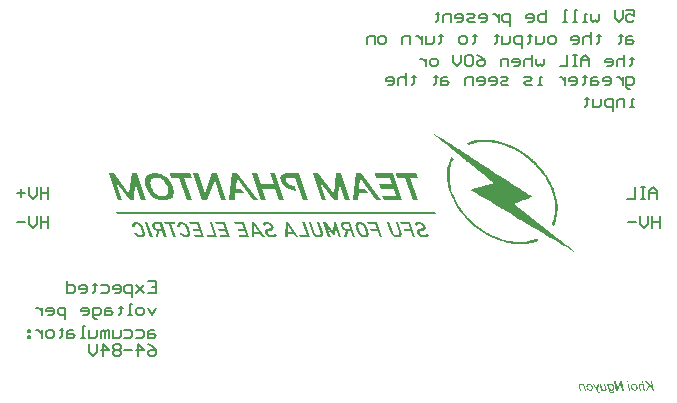
<source format=gbo>
G04*
G04 #@! TF.GenerationSoftware,Altium Limited,Altium Designer,18.1.11 (251)*
G04*
G04 Layer_Color=32896*
%FSLAX25Y25*%
%MOIN*%
G70*
G01*
G75*
%ADD14C,0.00591*%
G36*
X109080Y67401D02*
X107439D01*
X106127Y71192D01*
X101717D01*
X103029Y67401D01*
X101352D01*
X98327Y76295D01*
X99967D01*
X101243Y72614D01*
X105653D01*
X104414Y76295D01*
X106054D01*
X109080Y67401D01*
D02*
G37*
G36*
X89761D02*
X88121D01*
X85897Y73999D01*
X83455Y67401D01*
X81742D01*
X78717Y76295D01*
X80321D01*
X82544Y69807D01*
X85059Y76295D01*
X86736D01*
X89761Y67401D01*
D02*
G37*
G36*
X130950Y67401D02*
X129419D01*
X127305Y73561D01*
X126977Y67401D01*
X125555D01*
X120999Y73561D01*
X123113Y67401D01*
X121582D01*
X118557Y76295D01*
X120197Y76295D01*
X125519Y69552D01*
X126211Y76295D01*
X127924D01*
X130950Y67401D01*
D02*
G37*
G36*
X62971Y67401D02*
X61440Y67401D01*
X59362Y73561D01*
X58961Y67401D01*
X57576D01*
X53020Y73561D01*
X55097Y67401D01*
X53603D01*
X50577Y76295D01*
X52218D01*
X57503Y69552D01*
X58232Y76295D01*
X59909D01*
X62971Y67401D01*
D02*
G37*
G36*
X153622Y74874D02*
X151070D01*
X153622Y67401D01*
X151945D01*
X149393Y74874D01*
X146842D01*
X146332Y76295D01*
X153148D01*
X153622Y74874D01*
D02*
G37*
G36*
X148446Y67401D02*
X142249D01*
X141775Y68823D01*
X146368D01*
X145566Y71156D01*
X141265D01*
X140755Y72614D01*
X145019D01*
X144254Y74874D01*
X139807D01*
X139297Y76295D01*
X145420D01*
X148446Y67401D01*
D02*
G37*
G36*
X141484D02*
X139807D01*
X134376Y74618D01*
X134157Y71228D01*
X135943D01*
X136964Y69807D01*
X134011D01*
X133829Y67401D01*
X132043D01*
X132882Y76295D01*
X134668D01*
X141484Y67401D01*
D02*
G37*
G36*
X116880Y67401D02*
X115240D01*
X112688Y74837D01*
X110465D01*
X110137Y74801D01*
X109882Y74691D01*
X109772Y74582D01*
X109736Y74545D01*
X109663Y74327D01*
Y74035D01*
X109699Y73816D01*
X109736Y73780D01*
Y73743D01*
X109845Y73488D01*
X109991Y73270D01*
X110283Y72905D01*
X110428Y72759D01*
X110574Y72650D01*
X110647Y72614D01*
X110684Y72577D01*
X110975Y72431D01*
X111303Y72285D01*
X111923Y72103D01*
X112178Y72030D01*
X112397Y71994D01*
X112579Y71957D01*
X112615D01*
X112871Y70463D01*
X112178Y70609D01*
X111558Y70755D01*
X111012Y70937D01*
X110538Y71156D01*
X110173Y71301D01*
X109918Y71447D01*
X109736Y71557D01*
X109699Y71593D01*
X109262Y71921D01*
X108897Y72285D01*
X108606Y72650D01*
X108387Y73014D01*
X108205Y73306D01*
X108096Y73561D01*
X108023Y73707D01*
X107986Y73780D01*
X107877Y74217D01*
X107804Y74582D01*
Y74910D01*
X107840Y75165D01*
X107913Y75384D01*
X107986Y75530D01*
X108023Y75603D01*
X108059Y75639D01*
X108278Y75858D01*
X108533Y76003D01*
X108825Y76149D01*
X109116Y76222D01*
X109408Y76259D01*
X109626Y76295D01*
X113855D01*
X116880Y67401D01*
D02*
G37*
G36*
X100295D02*
X98582D01*
X93187Y74618D01*
X92896Y71228D01*
X94718D01*
X95776Y69807D01*
X92823D01*
X92604Y67401D01*
X90818D01*
X91693Y76295D01*
X93443D01*
X100295Y67401D01*
D02*
G37*
G36*
X78280Y74874D02*
X75691D01*
X78243Y67401D01*
X76603D01*
X74051Y74874D01*
X71500D01*
X71026Y76295D01*
X77806D01*
X78280Y74874D01*
D02*
G37*
G36*
X66688Y76332D02*
X67417Y76186D01*
X68037Y76003D01*
X68584Y75785D01*
X69021Y75566D01*
X69349Y75384D01*
X69568Y75238D01*
X69641Y75201D01*
X70188Y74728D01*
X70661Y74181D01*
X71026Y73634D01*
X71354Y73087D01*
X71609Y72577D01*
X71791Y72176D01*
X71864Y72030D01*
X71901Y71921D01*
X71937Y71848D01*
Y71812D01*
X72119Y71046D01*
X72192Y70354D01*
Y69770D01*
X72156Y69297D01*
X72047Y68896D01*
X71974Y68641D01*
X71901Y68495D01*
X71864Y68422D01*
X71536Y68057D01*
X71099Y67766D01*
X70625Y67584D01*
X70151Y67438D01*
X69714Y67365D01*
X69313Y67328D01*
X69203Y67292D01*
X68985D01*
X68183Y67328D01*
X67454Y67474D01*
X66834Y67656D01*
X66287Y67875D01*
X65850Y68057D01*
X65522Y68240D01*
X65340Y68385D01*
X65267Y68422D01*
X64757Y68896D01*
X64283Y69442D01*
X63918Y70026D01*
X63590Y70572D01*
X63335Y71046D01*
X63189Y71447D01*
X63116Y71593D01*
X63080Y71702D01*
X63043Y71775D01*
Y71812D01*
X62825Y72614D01*
X62679Y73306D01*
Y73889D01*
X62715Y74363D01*
X62788Y74728D01*
X62861Y74983D01*
X62934Y75165D01*
X62971Y75201D01*
X63298Y75603D01*
X63700Y75894D01*
X64210Y76076D01*
X64684Y76222D01*
X65158Y76295D01*
X65522Y76368D01*
X65886D01*
X66688Y76332D01*
D02*
G37*
G36*
X159745Y62809D02*
X53238Y62809D01*
X52983Y63574D01*
X159490Y63574D01*
X159745Y62809D01*
D02*
G37*
G36*
X177350Y87485D02*
X178371Y87376D01*
X179246Y87266D01*
X179647Y87194D01*
X180011Y87121D01*
X180340Y87048D01*
X180595Y86975D01*
X180813Y86939D01*
X180959Y86902D01*
X181069Y86866D01*
X181105D01*
X182235Y86537D01*
X183292Y86137D01*
X184312Y85736D01*
X185187Y85335D01*
X185588Y85152D01*
X185953Y84970D01*
X186281Y84824D01*
X186536Y84679D01*
X186755Y84569D01*
X186900Y84496D01*
X187010Y84460D01*
X187046Y84423D01*
X188103Y83767D01*
X189124Y83075D01*
X190072Y82382D01*
X190874Y81726D01*
X191238Y81435D01*
X191566Y81143D01*
X191858Y80924D01*
X192113Y80705D01*
X192295Y80523D01*
X192441Y80414D01*
X192514Y80341D01*
X192550Y80304D01*
X193462Y79393D01*
X194300Y78482D01*
X195029Y77607D01*
X195649Y76805D01*
X195940Y76441D01*
X196159Y76113D01*
X196378Y75821D01*
X196523Y75603D01*
X196669Y75384D01*
X196778Y75238D01*
X196815Y75165D01*
X196851Y75129D01*
X197471Y74108D01*
X198018Y73088D01*
X198492Y72140D01*
X198856Y71265D01*
X199002Y70900D01*
X199148Y70536D01*
X199257Y70244D01*
X199330Y69989D01*
X199403Y69770D01*
X199476Y69625D01*
X199512Y69515D01*
Y69479D01*
X199767Y68422D01*
X199986Y67438D01*
X200095Y66490D01*
X200205Y65652D01*
Y65287D01*
X200241Y64959D01*
Y64667D01*
Y64449D01*
Y64230D01*
Y64084D01*
Y64011D01*
Y63975D01*
X200168Y62991D01*
X200023Y62043D01*
X199840Y61168D01*
X199621Y60403D01*
X199512Y60075D01*
X199439Y59783D01*
X199330Y59528D01*
X199257Y59309D01*
X199184Y59127D01*
X199111Y59018D01*
X199075Y58945D01*
Y58908D01*
X198273Y59455D01*
X198637Y60294D01*
X198892Y61132D01*
X199111Y61934D01*
X199257Y62663D01*
X199330Y63282D01*
X199366Y63574D01*
X199403Y63793D01*
X199439Y63975D01*
Y64121D01*
Y64194D01*
Y64230D01*
Y65214D01*
X199366Y66162D01*
X199257Y67073D01*
X199111Y67875D01*
X199038Y68203D01*
X198965Y68531D01*
X198892Y68823D01*
X198820Y69078D01*
X198783Y69260D01*
X198747Y69406D01*
X198710Y69479D01*
Y69515D01*
X198346Y70536D01*
X197945Y71484D01*
X197544Y72395D01*
X197143Y73197D01*
X196961Y73561D01*
X196778Y73889D01*
X196596Y74181D01*
X196487Y74400D01*
X196341Y74618D01*
X196268Y74764D01*
X196195Y74837D01*
Y74874D01*
X195539Y75858D01*
X194810Y76769D01*
X194118Y77607D01*
X193462Y78336D01*
X193170Y78664D01*
X192915Y78956D01*
X192660Y79211D01*
X192441Y79430D01*
X192259Y79612D01*
X192149Y79721D01*
X192076Y79794D01*
X192040Y79831D01*
X191129Y80669D01*
X190181Y81435D01*
X189306Y82127D01*
X188504Y82674D01*
X188140Y82929D01*
X187812Y83148D01*
X187520Y83330D01*
X187265Y83476D01*
X187083Y83622D01*
X186900Y83694D01*
X186828Y83767D01*
X186791D01*
X185734Y84314D01*
X184713Y84788D01*
X183766Y85189D01*
X182927Y85517D01*
X182526Y85663D01*
X182198Y85772D01*
X181870Y85881D01*
X181615Y85954D01*
X181433Y86027D01*
X181251Y86064D01*
X181178Y86100D01*
X181141D01*
X180084Y86355D01*
X179064Y86537D01*
X178116Y86647D01*
X177241Y86720D01*
X176877Y86756D01*
X176549Y86793D01*
X175528D01*
X174544Y86720D01*
X173596Y86610D01*
X172721Y86428D01*
X171992Y86209D01*
X171664Y86137D01*
X171373Y86027D01*
X171118Y85954D01*
X170899Y85845D01*
X170717Y85808D01*
X170607Y85736D01*
X170534Y85699D01*
X170498D01*
X169988Y86428D01*
X170899Y86793D01*
X171810Y87048D01*
X172685Y87266D01*
X173487Y87376D01*
X173851Y87449D01*
X174216Y87485D01*
X174507Y87522D01*
X174763D01*
X174945Y87558D01*
X176330D01*
X177350Y87485D01*
D02*
G37*
G36*
X128180Y55008D02*
X127414D01*
X126321Y58143D01*
X126284D01*
X126065Y55737D01*
X125409D01*
X123550Y58143D01*
X123514D01*
X124607Y55008D01*
X123842D01*
X122129Y60038D01*
X122858D01*
X125373Y56758D01*
X125737Y60038D01*
X126466D01*
X128180Y55008D01*
D02*
G37*
G36*
X148118Y56685D02*
X148191Y56430D01*
X148227Y56211D01*
Y56065D01*
Y55992D01*
X148191Y55774D01*
X148118Y55628D01*
X148045Y55482D01*
X148008Y55446D01*
X147863Y55300D01*
X147717Y55154D01*
X147607Y55118D01*
X147571Y55081D01*
X147352Y55008D01*
X147134Y54972D01*
X146915D01*
X146623Y55008D01*
X146368Y55045D01*
X146222Y55081D01*
X146149D01*
X145894Y55190D01*
X145676Y55300D01*
X145530Y55409D01*
X145493Y55446D01*
X145238Y55628D01*
X145056Y55810D01*
X144947Y55956D01*
X144910Y55992D01*
X144728Y56248D01*
X144618Y56466D01*
X144546Y56612D01*
X144509Y56685D01*
X143379Y60038D01*
X144145D01*
X145238Y56794D01*
X145311Y56612D01*
X145420Y56466D01*
X145457Y56393D01*
X145493Y56357D01*
X145603Y56211D01*
X145712Y56102D01*
X145785Y56029D01*
X145821Y55992D01*
X145967Y55883D01*
X146113Y55847D01*
X146186Y55774D01*
X146222D01*
X146514Y55737D01*
X146806D01*
X146915Y55774D01*
X147024D01*
X147206Y55919D01*
X147243Y55956D01*
X147279Y55992D01*
X147389Y56248D01*
X147425Y56320D01*
Y56357D01*
X147389Y56503D01*
X147352Y56648D01*
X147316Y56758D01*
Y56794D01*
X146222Y60038D01*
X146988D01*
X148118Y56685D01*
D02*
G37*
G36*
X121947D02*
X122020Y56430D01*
X122056Y56211D01*
Y56065D01*
Y55992D01*
X122020Y55774D01*
X121947Y55628D01*
X121874Y55482D01*
X121837Y55446D01*
X121691Y55300D01*
X121546Y55154D01*
X121436Y55118D01*
X121400Y55081D01*
X121181Y55008D01*
X120962Y54972D01*
X120744D01*
X120452Y55008D01*
X120197Y55045D01*
X120051Y55081D01*
X119978Y55081D01*
X119723Y55190D01*
X119504Y55300D01*
X119359Y55409D01*
X119286Y55446D01*
X119067Y55628D01*
X118885Y55810D01*
X118739Y55956D01*
X118702Y55992D01*
X118520Y56248D01*
X118411Y56466D01*
X118375Y56612D01*
X118338Y56685D01*
X117208Y60038D01*
X117973D01*
X119067Y56794D01*
X119140Y56612D01*
X119213Y56466D01*
X119249Y56393D01*
X119286Y56357D01*
X119504Y56102D01*
X119614Y56029D01*
X119650Y55992D01*
X119869Y55847D01*
X119978Y55774D01*
X120015Y55774D01*
X120160Y55737D01*
X120634D01*
X120744Y55774D01*
X120853D01*
X121035Y55919D01*
X121072Y55956D01*
X121108Y55992D01*
X121181Y56138D01*
X121218Y56248D01*
Y56320D01*
Y56357D01*
X121181Y56648D01*
X121145Y56758D01*
Y56794D01*
X120051Y60038D01*
X120817D01*
X121947Y56685D01*
D02*
G37*
G36*
X75145Y60038D02*
X75291Y60002D01*
X75327D01*
X75509Y59965D01*
X75691Y59892D01*
X75801Y59856D01*
X75837Y59820D01*
X75983Y59747D01*
X76129Y59637D01*
X76238Y59565D01*
X76275Y59528D01*
X76420Y59419D01*
X76530Y59309D01*
X76603Y59236D01*
X76639Y59200D01*
X76785Y59018D01*
X76822Y58981D01*
Y58945D01*
X76931Y58763D01*
X76967Y58726D01*
Y58690D01*
X77040Y58544D01*
X77113Y58434D01*
X77149Y58289D01*
X77186Y58252D01*
X77259Y58034D01*
X77332Y57815D01*
X77368Y57633D01*
X77405Y57596D01*
Y57560D01*
X77514Y57232D01*
X77587Y57013D01*
X77623Y56831D01*
X77660Y56794D01*
X77733Y56612D01*
X77769Y56466D01*
Y56393D01*
Y56357D01*
X77806Y56248D01*
Y56211D01*
Y56175D01*
Y56102D01*
Y56065D01*
Y55992D01*
Y55956D01*
Y55883D01*
Y55847D01*
X77696Y55628D01*
X77623Y55555D01*
Y55519D01*
X77441Y55336D01*
X77405Y55263D01*
X77368Y55227D01*
X77113Y55081D01*
X77040Y55045D01*
X77004D01*
X76822Y55008D01*
X76676Y54972D01*
X76275D01*
X76056Y55008D01*
X75910Y55045D01*
X75874D01*
X75655Y55118D01*
X75436Y55227D01*
X75291Y55263D01*
X75254Y55300D01*
X75035Y55482D01*
X74853Y55628D01*
X74707Y55737D01*
X74671Y55774D01*
X74489Y55992D01*
X74343Y56211D01*
X74234Y56357D01*
X74197Y56430D01*
X75035D01*
X75218Y56175D01*
X75436Y56029D01*
X75546Y55919D01*
X75619Y55883D01*
X75837Y55810D01*
X76020Y55774D01*
X76165Y55737D01*
X76493D01*
X76603Y55810D01*
X76639Y55847D01*
X76785Y55883D01*
X76822Y55919D01*
X76858Y56029D01*
X76894Y56065D01*
X76967Y56211D01*
Y56284D01*
Y56430D01*
Y56503D01*
X76931Y56612D01*
X76894Y56758D01*
X76858Y56867D01*
Y56904D01*
X76785Y57122D01*
X76712Y57341D01*
X76676Y57487D01*
X76639Y57560D01*
X76566Y57778D01*
X76493Y57961D01*
X76457Y58106D01*
Y58143D01*
X76384Y58325D01*
X76311Y58471D01*
X76275Y58507D01*
Y58544D01*
X76165Y58690D01*
X76129Y58763D01*
X75983Y58908D01*
X75910Y58981D01*
X75801Y59054D01*
X75728Y59091D01*
X75546Y59200D01*
X75509Y59236D01*
X75473D01*
X75363Y59273D01*
X75291D01*
X75072Y59309D01*
X75035Y59346D01*
X74999D01*
X74780Y59309D01*
X74707Y59273D01*
X74671D01*
X74489Y59200D01*
X74452Y59163D01*
Y59127D01*
X74379Y58945D01*
X74343Y58908D01*
Y58872D01*
X74306Y58763D01*
Y58690D01*
Y58617D01*
Y58580D01*
X73468D01*
Y58799D01*
Y58981D01*
X73505Y59127D01*
Y59163D01*
X73541Y59382D01*
X73614Y59528D01*
X73650Y59637D01*
X73687Y59674D01*
X73833Y59820D01*
X73942Y59892D01*
X74088Y59965D01*
X74124D01*
X74343Y60038D01*
X74525Y60075D01*
X74963D01*
X75145Y60038D01*
D02*
G37*
G36*
X60054Y60038D02*
X60200Y60002D01*
X60237D01*
X60419Y59965D01*
X60601Y59892D01*
X60711Y59856D01*
X60747Y59820D01*
X60929Y59747D01*
X61075Y59637D01*
X61148Y59565D01*
X61184Y59528D01*
X61440Y59309D01*
X61513Y59236D01*
X61549Y59200D01*
X61658Y59018D01*
X61695Y58981D01*
X61731Y58945D01*
X61840Y58763D01*
X61877Y58726D01*
Y58690D01*
X61950Y58544D01*
X62023Y58434D01*
X62059Y58289D01*
X62096Y58252D01*
X62169Y58034D01*
X62278Y57815D01*
X62314Y57633D01*
X62351Y57596D01*
Y57560D01*
X62460Y57232D01*
X62497Y57013D01*
X62569Y56831D01*
Y56794D01*
X62606Y56612D01*
X62642Y56466D01*
X62679Y56393D01*
Y56357D01*
Y56248D01*
X62715Y56211D01*
Y56175D01*
X62679Y56102D01*
Y56065D01*
Y55992D01*
Y55956D01*
Y55883D01*
Y55847D01*
X62569Y55628D01*
X62533Y55555D01*
Y55519D01*
X62387Y55336D01*
X62351Y55263D01*
X62314Y55227D01*
X62059Y55081D01*
X61950Y55045D01*
X61913D01*
X61731Y55008D01*
X61585Y54972D01*
X61148D01*
X60966Y55008D01*
X60820Y55045D01*
X60747D01*
X60528Y55118D01*
X60310Y55227D01*
X60164Y55263D01*
X60127Y55300D01*
X59909Y55482D01*
X59763Y55628D01*
X59654Y55737D01*
X59617Y55774D01*
X59435Y55992D01*
X59253Y56211D01*
X59143Y56357D01*
X59107Y56430D01*
X59945D01*
X60164Y56175D01*
X60346Y56029D01*
X60492Y55919D01*
X60528Y55883D01*
X60747Y55810D01*
X60929Y55774D01*
X61075Y55737D01*
X61367D01*
X61513Y55810D01*
X61549Y55847D01*
X61585D01*
X61658Y55883D01*
X61695Y55919D01*
X61768Y56029D01*
X61804Y56065D01*
X61840Y56211D01*
X61877Y56284D01*
X61840Y56430D01*
Y56503D01*
Y56612D01*
X61804Y56758D01*
X61768Y56867D01*
Y56904D01*
X61695Y57122D01*
X61658Y57341D01*
X61585Y57487D01*
Y57560D01*
X61476Y57778D01*
X61403Y57961D01*
X61330Y58106D01*
Y58143D01*
X61257Y58325D01*
X61184Y58471D01*
X61148Y58507D01*
Y58544D01*
X61075Y58690D01*
X61039Y58763D01*
X60893Y58908D01*
X60820Y58981D01*
X60674Y59054D01*
X60638Y59091D01*
X60492Y59200D01*
X60419Y59236D01*
X60237Y59273D01*
X60164D01*
X59982Y59309D01*
X59945Y59346D01*
X59909D01*
X59690Y59309D01*
X59654Y59273D01*
X59617D01*
X59398Y59200D01*
X59362Y59163D01*
X59325Y59127D01*
X59253Y58945D01*
Y58908D01*
Y58872D01*
X59216Y58690D01*
Y58617D01*
Y58580D01*
X58378D01*
Y58799D01*
Y58981D01*
X58414Y59127D01*
Y59163D01*
X58451Y59382D01*
X58524Y59528D01*
X58596Y59637D01*
X58633Y59674D01*
X58742Y59820D01*
X58888Y59892D01*
X58997Y59965D01*
X59034D01*
X59253Y60038D01*
X59435Y60075D01*
X59872D01*
X60054Y60038D01*
D02*
G37*
G36*
X152783Y55008D02*
X152018D01*
X151289Y57159D01*
X149175D01*
X148920Y57851D01*
X151034D01*
X150523Y59346D01*
X148081D01*
X147826Y60038D01*
X151070D01*
X152783Y55008D01*
D02*
G37*
G36*
X141702D02*
X140937D01*
X140208Y57159D01*
X138094D01*
X137839Y57851D01*
X139953D01*
X139443Y59346D01*
X137000D01*
X136745Y60038D01*
X139989D01*
X141702Y55008D01*
D02*
G37*
G36*
X132845D02*
X132080D01*
X131351Y57159D01*
X130367D01*
X130038Y55008D01*
X129127D01*
X129565Y57232D01*
X129200Y57377D01*
X128909Y57560D01*
X128726Y57705D01*
X128653Y57742D01*
X128398Y58034D01*
X128216Y58325D01*
X128107Y58580D01*
X128070Y58617D01*
Y58653D01*
X128034Y58908D01*
Y59091D01*
Y59236D01*
Y59273D01*
X128070Y59455D01*
X128107Y59601D01*
X128180Y59710D01*
X128216Y59747D01*
X128471Y59929D01*
X128580Y59965D01*
X128617D01*
X128799Y60002D01*
X128981Y60038D01*
X131132D01*
X132845Y55008D01*
D02*
G37*
G36*
X117573Y55008D02*
X114329D01*
X114073Y55737D01*
X116588D01*
X115130Y60038D01*
X115859D01*
X117573Y55008D01*
D02*
G37*
G36*
X113782D02*
X112980D01*
X112214Y56102D01*
X110283D01*
Y55008D01*
X109481D01*
X109626Y60038D01*
X110246D01*
X113782Y55008D01*
D02*
G37*
G36*
X102592D02*
X101790D01*
X101024Y56102D01*
X99129D01*
X99092Y55008D01*
X98290D01*
X98436Y60038D01*
X99056D01*
X102592Y55008D01*
D02*
G37*
G36*
X97416D02*
X94172D01*
X93953Y55737D01*
X96395D01*
X95885Y57195D01*
X93771D01*
X93552Y57888D01*
X95666D01*
X95156Y59346D01*
X92714D01*
X92458Y60038D01*
X95703D01*
X97416Y55008D01*
D02*
G37*
G36*
X91037D02*
X87793D01*
X87574Y55737D01*
X90016D01*
X89506Y57195D01*
X87392D01*
X87173Y57888D01*
X89287D01*
X88777Y59346D01*
X86335D01*
X86080Y60038D01*
X89324D01*
X91037Y55008D01*
D02*
G37*
G36*
X86736D02*
X83492D01*
X83237Y55737D01*
X85715D01*
X84257Y60038D01*
X85023D01*
X86736Y55008D01*
D02*
G37*
G36*
X82435D02*
X79191D01*
X78936Y55737D01*
X81414D01*
X80904Y57195D01*
X78790D01*
X78571Y57888D01*
X80685D01*
X80175Y59346D01*
X77733D01*
X77478Y60038D01*
X80722D01*
X82435Y55008D01*
D02*
G37*
G36*
X72812Y59382D02*
X71427D01*
X72921Y55008D01*
X72156D01*
X70661Y59382D01*
X69276D01*
X69058Y60038D01*
X72593D01*
X72812Y59382D01*
D02*
G37*
G36*
X69896Y55008D02*
X69130D01*
X68401Y57159D01*
X67417D01*
X67089Y55008D01*
X66215D01*
X66579Y57232D01*
X66215Y57377D01*
X65959Y57560D01*
X65777Y57705D01*
X65704Y57742D01*
X65449Y58034D01*
X65303Y58325D01*
X65194Y58580D01*
X65158Y58617D01*
Y58653D01*
X65085Y58908D01*
Y59091D01*
Y59236D01*
Y59273D01*
X65121Y59455D01*
X65194Y59601D01*
X65267Y59710D01*
X65303Y59747D01*
X65413Y59856D01*
X65522Y59929D01*
X65631Y59965D01*
X65668D01*
X65850Y60002D01*
X66032Y60038D01*
X68183D01*
X69896Y55008D01*
D02*
G37*
G36*
X65194D02*
X64429D01*
X62715Y60038D01*
X63481Y60038D01*
X65194Y55008D01*
D02*
G37*
G36*
X154533Y60038D02*
X154679Y60002D01*
X154752Y59965D01*
X154970Y59892D01*
X155152Y59820D01*
X155298Y59747D01*
X155335Y59710D01*
X155553Y59528D01*
X155699Y59382D01*
X155809Y59273D01*
X155845Y59236D01*
X155954Y59018D01*
X156064Y58836D01*
X156137Y58690D01*
X156173Y58617D01*
X156210Y58434D01*
X156246Y58252D01*
Y58143D01*
Y58106D01*
X156210Y57961D01*
X156173Y57815D01*
X156137Y57742D01*
Y57705D01*
X156027Y57560D01*
X155918Y57450D01*
X155845Y57377D01*
X155809Y57341D01*
X155626Y57268D01*
X155481Y57232D01*
X155335Y57195D01*
X155298D01*
X155080Y57159D01*
X155007Y57122D01*
X154642D01*
X154460Y57049D01*
X154314Y56976D01*
X154278Y56904D01*
X154241Y56867D01*
X154205Y56721D01*
X154168Y56576D01*
X154205Y56466D01*
Y56430D01*
X154314Y56175D01*
X154460Y56029D01*
X154606Y55919D01*
X154642Y55883D01*
X154897Y55810D01*
X155152Y55774D01*
X155371Y55737D01*
X155444D01*
X155736Y55774D01*
X155991Y55810D01*
X156137Y55847D01*
X156210D01*
X156428Y55956D01*
X156574Y56102D01*
X156647Y56211D01*
X156683Y56248D01*
X157449Y55664D01*
X157194Y55409D01*
X156975Y55263D01*
X156793Y55154D01*
X156720Y55118D01*
X156392Y55045D01*
X156027Y55008D01*
X155918Y54972D01*
X155699D01*
X155116Y55045D01*
X154897Y55081D01*
X154679Y55154D01*
X154533Y55227D01*
X154423Y55263D01*
X154351Y55336D01*
X154314D01*
X153913Y55664D01*
X153658Y56029D01*
X153549Y56175D01*
X153476Y56320D01*
X153439Y56393D01*
Y56430D01*
X153403Y56612D01*
X153366Y56758D01*
Y56867D01*
Y56904D01*
Y57086D01*
X153403Y57232D01*
X153439Y57341D01*
X153476Y57377D01*
X153549Y57523D01*
X153658Y57633D01*
X153731Y57669D01*
X153767Y57705D01*
X153950Y57815D01*
X154132Y57851D01*
X154241Y57888D01*
X154679D01*
X154824Y57924D01*
X154861Y57961D01*
X154897D01*
X155116Y57997D01*
X155152Y58034D01*
X155189D01*
X155298Y58143D01*
X155335Y58179D01*
X155371Y58362D01*
X155408Y58398D01*
Y58544D01*
Y58617D01*
X155298Y58836D01*
X155225Y58872D01*
Y58908D01*
X155116Y59018D01*
X155007Y59091D01*
X154970Y59163D01*
X154934D01*
X154715Y59236D01*
X154679Y59273D01*
X154642D01*
X154423Y59346D01*
X154314D01*
X154059Y59309D01*
X153840Y59273D01*
X153694Y59236D01*
X153658Y59200D01*
X153476Y59127D01*
X153294Y59018D01*
X153221Y58945D01*
X153184Y58908D01*
X152528Y59565D01*
X152747Y59747D01*
X152929Y59856D01*
X153075Y59892D01*
X153148Y59929D01*
X153439Y60002D01*
X153731Y60075D01*
X154278D01*
X154533Y60038D01*
D02*
G37*
G36*
X134595D02*
X134740Y60002D01*
X134777D01*
X134959Y59965D01*
X135105Y59892D01*
X135214Y59856D01*
X135251Y59820D01*
X135433Y59747D01*
X135579Y59637D01*
X135688Y59565D01*
X135725Y59528D01*
X135943Y59309D01*
X136016Y59236D01*
X136053Y59200D01*
X136198Y59018D01*
X136235Y58981D01*
Y58945D01*
X136344Y58763D01*
X136381Y58726D01*
X136417Y58690D01*
X136454Y58544D01*
X136527Y58434D01*
X136563Y58289D01*
X136600Y58252D01*
X136672Y58034D01*
X136782Y57815D01*
X136818Y57633D01*
X136855Y57596D01*
Y57560D01*
X136964Y57232D01*
X137000Y57013D01*
X137073Y56831D01*
Y56794D01*
X137110Y56612D01*
X137183Y56466D01*
X137219Y56393D01*
Y56357D01*
Y56248D01*
Y56211D01*
Y56175D01*
Y56102D01*
Y56065D01*
X137183Y55992D01*
Y55956D01*
Y55883D01*
Y55847D01*
X137110Y55628D01*
X137073Y55555D01*
Y55519D01*
X136891Y55336D01*
X136855Y55263D01*
X136818Y55227D01*
X136563Y55081D01*
X136490Y55045D01*
X136454D01*
X136271Y55008D01*
X136089Y54972D01*
X135688D01*
X135506Y55008D01*
X135397Y55045D01*
X135360D01*
X135142Y55118D01*
X134959Y55154D01*
X134850Y55227D01*
X134813D01*
X134631Y55336D01*
X134485Y55446D01*
X134413Y55482D01*
X134376Y55519D01*
X134230Y55664D01*
X134121Y55737D01*
X134084Y55810D01*
X134048Y55847D01*
X133866Y55992D01*
X133829Y56065D01*
X133720Y56284D01*
X133684Y56320D01*
Y56357D01*
X133611Y56503D01*
X133574Y56648D01*
X133501Y56758D01*
Y56794D01*
X133428Y57049D01*
X133319Y57305D01*
X133282Y57487D01*
X133246Y57523D01*
Y57560D01*
X133137Y57851D01*
X133064Y58070D01*
X133027Y58216D01*
Y58252D01*
X132955Y58434D01*
X132918Y58580D01*
X132882Y58653D01*
Y58690D01*
X132845Y58872D01*
Y58945D01*
Y59127D01*
X132882Y59200D01*
X132955Y59419D01*
X132991Y59492D01*
X133027Y59528D01*
X133100Y59637D01*
X133173Y59747D01*
X133246Y59783D01*
X133282Y59820D01*
X133392Y59929D01*
X133501Y59965D01*
X133611Y60002D01*
X133647D01*
X133829Y60038D01*
X133975Y60075D01*
X134376D01*
X134595Y60038D01*
D02*
G37*
G36*
X103831Y60038D02*
X103977Y60002D01*
X104050Y59965D01*
X104268Y59892D01*
X104487Y59820D01*
X104633Y59747D01*
X104669Y59710D01*
X104851Y59528D01*
X104997Y59382D01*
X105107Y59273D01*
X105143Y59236D01*
X105253Y59018D01*
X105362Y58836D01*
X105398Y58690D01*
X105435Y58617D01*
X105508Y58434D01*
X105544Y58252D01*
Y58143D01*
Y58106D01*
X105508Y57961D01*
X105471Y57815D01*
X105435Y57742D01*
Y57705D01*
X105325Y57560D01*
X105253Y57450D01*
X105180Y57377D01*
X105143Y57341D01*
X104961Y57268D01*
X104779Y57232D01*
X104633Y57195D01*
X104596D01*
X104378Y57159D01*
X104341Y57122D01*
X103977D01*
X103758Y57049D01*
X103649Y56976D01*
X103576Y56904D01*
Y56867D01*
X103539Y56721D01*
X103503Y56576D01*
X103539Y56466D01*
Y56430D01*
X103649Y56175D01*
X103795Y56029D01*
X103940Y55919D01*
X103977Y55883D01*
X104232Y55810D01*
X104487Y55774D01*
X104706Y55737D01*
X104779D01*
X105070Y55774D01*
X105289Y55810D01*
X105471Y55847D01*
X105508D01*
X105726Y55956D01*
X105872Y56102D01*
X105982Y56211D01*
X106018Y56248D01*
X106711Y55664D01*
X106492Y55409D01*
X106273Y55263D01*
X106127Y55154D01*
X106054Y55118D01*
X105726Y55045D01*
X105362Y55008D01*
X105253Y54972D01*
X105034D01*
X104451Y55045D01*
X104195Y55081D01*
X103977Y55154D01*
X103831Y55227D01*
X103722Y55263D01*
X103649Y55336D01*
X103612D01*
X103248Y55664D01*
X102956Y56029D01*
X102883Y56175D01*
X102810Y56320D01*
X102774Y56393D01*
Y56430D01*
X102737Y56612D01*
X102701Y56758D01*
Y56867D01*
Y56904D01*
Y57086D01*
X102737Y57232D01*
X102774Y57341D01*
X102810Y57377D01*
X102883Y57523D01*
X102993Y57633D01*
X103066Y57669D01*
X103102Y57705D01*
X103284Y57815D01*
X103466Y57851D01*
X103576Y57888D01*
X104013D01*
X104159Y57924D01*
X104195Y57961D01*
X104232D01*
X104414Y57997D01*
X104487Y58034D01*
X104524D01*
X104633Y58143D01*
X104669Y58179D01*
X104706Y58362D01*
Y58398D01*
X104669Y58544D01*
Y58617D01*
X104596Y58836D01*
X104524Y58872D01*
Y58908D01*
X104451Y59018D01*
X104341Y59091D01*
X104305Y59163D01*
X104268D01*
X104050Y59236D01*
X104013Y59273D01*
X103977D01*
X103722Y59346D01*
X103576D01*
X103357Y59309D01*
X103175Y59273D01*
X103029Y59236D01*
X102993Y59200D01*
X102810Y59127D01*
X102628Y59018D01*
X102555Y58945D01*
X102519Y58908D01*
X101863Y59565D01*
X102081Y59747D01*
X102264Y59856D01*
X102409Y59892D01*
X102482Y59929D01*
X102774Y60002D01*
X103029Y60075D01*
X103612D01*
X103831Y60038D01*
D02*
G37*
G36*
X165541Y81106D02*
X165140Y80268D01*
X164812Y79430D01*
X164593Y78628D01*
X164411Y77899D01*
X164302Y77243D01*
X164265Y76988D01*
X164229Y76732D01*
Y76550D01*
X164192Y76404D01*
Y76332D01*
Y76295D01*
Y75311D01*
X164229Y74327D01*
X164338Y73415D01*
X164447Y72614D01*
X164520Y72249D01*
X164593Y71921D01*
X164666Y71629D01*
X164739Y71374D01*
X164775Y71156D01*
X164812Y71010D01*
X164848Y70937D01*
Y70900D01*
X165176Y69880D01*
X165577Y68932D01*
X165978Y67984D01*
X166379Y67182D01*
X166598Y66818D01*
X166780Y66490D01*
X166926Y66198D01*
X167072Y65943D01*
X167181Y65724D01*
X167290Y65579D01*
X167327Y65506D01*
X167363Y65469D01*
X168019Y64449D01*
X168748Y63538D01*
X169441Y62663D01*
X170133Y61897D01*
X170425Y61569D01*
X170717Y61278D01*
X170972Y60986D01*
X171154Y60767D01*
X171336Y60622D01*
X171482Y60476D01*
X171555Y60403D01*
X171591Y60366D01*
X172539Y59492D01*
X173487Y58726D01*
X174398Y58070D01*
X175236Y57487D01*
X175601Y57232D01*
X175929Y57013D01*
X176257Y56831D01*
X176512Y56685D01*
X176695Y56539D01*
X176840Y56466D01*
X176950Y56430D01*
X176986Y56393D01*
X178043Y55847D01*
X179100Y55336D01*
X180048Y54935D01*
X180923Y54607D01*
X181324Y54461D01*
X181688Y54352D01*
X181980Y54243D01*
X182235Y54170D01*
X182454Y54097D01*
X182599Y54061D01*
X182709Y54024D01*
X182745D01*
X183839Y53769D01*
X184859Y53623D01*
X185807Y53514D01*
X186645Y53441D01*
X188395D01*
X189416Y53550D01*
X190363Y53696D01*
X191238Y53915D01*
X191967Y54170D01*
X192332Y54279D01*
X192623Y54389D01*
X192878Y54461D01*
X193097Y54571D01*
X193279Y54644D01*
X193389Y54717D01*
X193462Y54753D01*
X193498D01*
X194045Y53988D01*
X192988Y53550D01*
X192514Y53368D01*
X192040Y53222D01*
X191675Y53113D01*
X191347Y53040D01*
X191165Y52967D01*
X191092D01*
X189889Y52785D01*
X189343Y52712D01*
X188832Y52675D01*
X188395D01*
X188067Y52639D01*
X187775D01*
X186900Y52675D01*
X186500D01*
X186135Y52712D01*
X185807Y52748D01*
X185588D01*
X185406Y52785D01*
X185370D01*
X184458Y52931D01*
X184057Y53004D01*
X183656Y53076D01*
X183365Y53149D01*
X183110Y53222D01*
X182927Y53259D01*
X182891D01*
X181725Y53587D01*
X180595Y53988D01*
X179574Y54389D01*
X179100Y54607D01*
X178626Y54790D01*
X178225Y54972D01*
X177861Y55154D01*
X177533Y55336D01*
X177241Y55482D01*
X177023Y55591D01*
X176877Y55664D01*
X176767Y55737D01*
X176731D01*
X175601Y56393D01*
X174544Y57122D01*
X173596Y57815D01*
X172758Y58471D01*
X172393Y58763D01*
X172102Y59018D01*
X171810Y59273D01*
X171555Y59492D01*
X171373Y59674D01*
X171227Y59783D01*
X171154Y59856D01*
X171118Y59892D01*
X170206Y60804D01*
X169368Y61752D01*
X168603Y62626D01*
X167983Y63428D01*
X167691Y63793D01*
X167436Y64157D01*
X167254Y64449D01*
X167072Y64704D01*
X166926Y64886D01*
X166816Y65068D01*
X166780Y65141D01*
X166744Y65178D01*
X166087Y66271D01*
X165541Y67328D01*
X165067Y68313D01*
X164702Y69187D01*
X164557Y69588D01*
X164411Y69953D01*
X164302Y70281D01*
X164192Y70536D01*
X164119Y70755D01*
X164083Y70900D01*
X164046Y71010D01*
Y71046D01*
X163791Y72140D01*
X163573Y73197D01*
X163463Y74145D01*
X163390Y74983D01*
Y75384D01*
Y75712D01*
Y76003D01*
Y76259D01*
Y76477D01*
Y76623D01*
Y76696D01*
Y76732D01*
X163500Y77717D01*
X163682Y78664D01*
X163900Y79503D01*
X164119Y80232D01*
X164265Y80523D01*
X164374Y80815D01*
X164447Y81070D01*
X164557Y81252D01*
X164629Y81435D01*
X164702Y81544D01*
X164739Y81617D01*
Y81653D01*
X165541Y81106D01*
D02*
G37*
G36*
X160547Y88542D02*
X162042Y87594D01*
X163427Y86720D01*
X164046Y86319D01*
X164666Y85954D01*
X165213Y85590D01*
X165723Y85262D01*
X166160Y85007D01*
X166525Y84751D01*
X166816Y84569D01*
X167035Y84423D01*
X167181Y84351D01*
X167218Y84314D01*
X168748Y83330D01*
X170206Y82382D01*
X171591Y81507D01*
X172248Y81070D01*
X172831Y80705D01*
X173414Y80341D01*
X173888Y80013D01*
X174325Y79721D01*
X174726Y79503D01*
X175018Y79284D01*
X175236Y79138D01*
X175382Y79065D01*
X175419Y79029D01*
X176950Y78045D01*
X178444Y77097D01*
X179829Y76222D01*
X180449Y75821D01*
X181069Y75457D01*
X181615Y75092D01*
X182125Y74764D01*
X182563Y74509D01*
X182927Y74254D01*
X183219Y74072D01*
X183438Y73926D01*
X183583Y73853D01*
X183620Y73816D01*
X185151Y72832D01*
X186645Y71885D01*
X188067Y71010D01*
X188723Y70572D01*
X189306Y70208D01*
X189889Y69843D01*
X190400Y69515D01*
X190837Y69224D01*
X191202Y69005D01*
X191530Y68786D01*
X191748Y68641D01*
X191894Y68568D01*
X191931Y68531D01*
X191347Y68313D01*
X190764Y68094D01*
X190254Y67875D01*
X189780Y67693D01*
X189379Y67547D01*
X189087Y67438D01*
X188905Y67365D01*
X188832Y67328D01*
X187702Y66927D01*
X187192Y66709D01*
X186718Y66526D01*
X186317Y66381D01*
X185989Y66271D01*
X185807Y66198D01*
X185734Y66162D01*
X186317Y65652D01*
X186572Y65433D01*
X186828Y65214D01*
X187010Y65032D01*
X187156Y64923D01*
X187265Y64850D01*
X187301Y64813D01*
X187885Y64376D01*
X188358Y64011D01*
X188577Y63829D01*
X188723Y63720D01*
X188832Y63647D01*
X188869Y63611D01*
X189598Y63027D01*
X190327Y62444D01*
X191019Y61934D01*
X191639Y61460D01*
X192149Y61059D01*
X192550Y60731D01*
X192696Y60622D01*
X192769Y60549D01*
X192842Y60512D01*
X192878Y60476D01*
X193607Y59893D01*
X194336Y59309D01*
X195029Y58763D01*
X195649Y58289D01*
X196159Y57888D01*
X196560Y57560D01*
X196705Y57450D01*
X196778Y57377D01*
X196851Y57341D01*
X196888Y57305D01*
X197617Y56721D01*
X198346Y56138D01*
X199038Y55628D01*
X199658Y55154D01*
X200168Y54753D01*
X200569Y54425D01*
X200715Y54316D01*
X200788Y54243D01*
X200861Y54206D01*
X200897Y54170D01*
X201663Y53587D01*
X202392Y53004D01*
X203084Y52457D01*
X203667Y51983D01*
X204214Y51582D01*
X204579Y51254D01*
X204761Y51144D01*
X204834Y51072D01*
X204907Y51035D01*
X204943Y50999D01*
X205089Y50889D01*
X205235Y50780D01*
X205381Y50707D01*
X205417Y50671D01*
X205599Y50525D01*
X205672Y50416D01*
X205709Y50306D01*
Y50270D01*
Y50233D01*
X205672Y50197D01*
X205526Y50233D01*
X205417Y50270D01*
X205381Y50306D01*
X205162Y50452D01*
X204980Y50598D01*
X204870Y50671D01*
X204834Y50707D01*
X203339Y51582D01*
X201845Y52457D01*
X200496Y53259D01*
X199877Y53660D01*
X199257Y53988D01*
X198710Y54316D01*
X198236Y54607D01*
X197799Y54899D01*
X197434Y55118D01*
X197143Y55263D01*
X196924Y55409D01*
X196778Y55482D01*
X196742Y55519D01*
X195247Y56430D01*
X193790Y57305D01*
X192441Y58106D01*
X191785Y58471D01*
X191202Y58836D01*
X190655Y59163D01*
X190181Y59455D01*
X189744Y59710D01*
X189379Y59929D01*
X189087Y60111D01*
X188869Y60221D01*
X188723Y60294D01*
X188687Y60330D01*
X187156Y61241D01*
X185698Y62116D01*
X184349Y62954D01*
X183693Y63319D01*
X183110Y63683D01*
X182563Y64011D01*
X182089Y64303D01*
X181652Y64558D01*
X181287Y64777D01*
X180996Y64923D01*
X180777Y65068D01*
X180631Y65141D01*
X180595Y65178D01*
X179100Y66089D01*
X177606Y66964D01*
X176257Y67802D01*
X175637Y68167D01*
X175018Y68531D01*
X174471Y68859D01*
X173997Y69151D01*
X173560Y69406D01*
X173195Y69625D01*
X172904Y69770D01*
X172685Y69916D01*
X172539Y69989D01*
X172503Y70026D01*
X172284Y70171D01*
X172102Y70317D01*
X171956Y70390D01*
X171920Y70427D01*
X171664Y70572D01*
X171446Y70682D01*
X171263Y70791D01*
X171191Y70828D01*
X171920Y71046D01*
X172649Y71265D01*
X173305Y71447D01*
X173924Y71629D01*
X174398Y71739D01*
X174799Y71848D01*
X174945Y71921D01*
X175054D01*
X175091Y71957D01*
X175127D01*
X175820Y72176D01*
X176512Y72395D01*
X177168Y72577D01*
X177752Y72759D01*
X178262Y72905D01*
X178663Y73014D01*
X178809Y73051D01*
X178918Y73088D01*
X178954Y73124D01*
X178991D01*
X178043Y73889D01*
X177132Y74618D01*
X176294Y75311D01*
X175528Y75931D01*
X175164Y76186D01*
X174872Y76441D01*
X174617Y76660D01*
X174398Y76842D01*
X174216Y76988D01*
X174070Y77097D01*
X173997Y77133D01*
X173961Y77170D01*
X173013Y77935D01*
X172102Y78664D01*
X171263Y79357D01*
X170498Y79976D01*
X170133Y80232D01*
X169842Y80487D01*
X169587Y80705D01*
X169368Y80888D01*
X169186Y81033D01*
X169040Y81143D01*
X168967Y81179D01*
X168931Y81216D01*
X168019Y81981D01*
X167108Y82710D01*
X166270Y83403D01*
X165504Y84022D01*
X164885Y84533D01*
X164629Y84751D01*
X164411Y84934D01*
X164228Y85079D01*
X164083Y85189D01*
X164010Y85225D01*
X163973Y85262D01*
X163062Y86027D01*
X162151Y86756D01*
X161313Y87449D01*
X160583Y88068D01*
X159964Y88579D01*
X159709Y88797D01*
X159454Y88980D01*
X159308Y89125D01*
X159162Y89235D01*
X159089Y89271D01*
X159053Y89308D01*
Y89344D01*
Y89381D01*
X159016Y89490D01*
Y89526D01*
X160547Y88542D01*
D02*
G37*
G36*
X223943Y6588D02*
X223552D01*
X223461Y7030D01*
X223848D01*
X223943Y6588D01*
D02*
G37*
G36*
X229394Y3881D02*
X229008D01*
X228803Y4859D01*
X228784Y4937D01*
X228766Y5009D01*
X228753Y5073D01*
X228734Y5137D01*
X228716Y5191D01*
X228703Y5241D01*
X228684Y5287D01*
X228671Y5328D01*
X228657Y5364D01*
X228643Y5396D01*
X228634Y5419D01*
X228625Y5442D01*
X228616Y5460D01*
X228612Y5469D01*
X228607Y5478D01*
X228566Y5546D01*
X228516Y5610D01*
X228471Y5660D01*
X228420Y5706D01*
X228380Y5737D01*
X228348Y5765D01*
X228325Y5778D01*
X228316Y5783D01*
X228243Y5819D01*
X228175Y5847D01*
X228107Y5869D01*
X228047Y5883D01*
X227993Y5892D01*
X227956Y5897D01*
X227920D01*
X227870Y5892D01*
X227824Y5887D01*
X227788Y5874D01*
X227756Y5860D01*
X227733Y5847D01*
X227715Y5838D01*
X227706Y5828D01*
X227702Y5824D01*
X227674Y5796D01*
X227656Y5765D01*
X227642Y5733D01*
X227633Y5706D01*
X227629Y5678D01*
X227624Y5660D01*
Y5646D01*
Y5642D01*
Y5624D01*
X227629Y5605D01*
X227633Y5551D01*
X227647Y5487D01*
X227656Y5423D01*
X227670Y5364D01*
X227683Y5314D01*
X227688Y5291D01*
Y5278D01*
X227693Y5269D01*
Y5264D01*
X227993Y3881D01*
X227606D01*
X227306Y5223D01*
X227292Y5282D01*
X227283Y5337D01*
X227265Y5428D01*
X227251Y5505D01*
X227242Y5565D01*
X227238Y5610D01*
X227233Y5642D01*
Y5660D01*
Y5665D01*
X227238Y5756D01*
X227256Y5833D01*
X227283Y5901D01*
X227310Y5960D01*
X227338Y6006D01*
X227365Y6038D01*
X227383Y6060D01*
X227388Y6065D01*
X227451Y6115D01*
X227520Y6151D01*
X227592Y6179D01*
X227665Y6197D01*
X227729Y6206D01*
X227779Y6215D01*
X227824D01*
X227897Y6211D01*
X227965Y6202D01*
X228029Y6183D01*
X228088Y6170D01*
X228134Y6151D01*
X228170Y6133D01*
X228193Y6124D01*
X228202Y6120D01*
X228270Y6079D01*
X228339Y6033D01*
X228407Y5983D01*
X228466Y5938D01*
X228521Y5892D01*
X228562Y5856D01*
X228589Y5828D01*
X228593Y5824D01*
X228598Y5819D01*
X228348Y7030D01*
X228734D01*
X229394Y3881D01*
D02*
G37*
G36*
X218019Y6206D02*
X218115Y6188D01*
X218201Y6160D01*
X218283Y6133D01*
X218347Y6101D01*
X218374Y6088D01*
X218397Y6074D01*
X218415Y6060D01*
X218429Y6056D01*
X218438Y6047D01*
X218442D01*
X218533Y5979D01*
X218615Y5901D01*
X218688Y5819D01*
X218752Y5742D01*
X218802Y5669D01*
X218825Y5642D01*
X218843Y5615D01*
X218856Y5592D01*
X218865Y5574D01*
X218875Y5565D01*
Y5560D01*
X218934Y5437D01*
X218979Y5314D01*
X219011Y5196D01*
X219034Y5087D01*
X219043Y5037D01*
X219047Y4996D01*
X219052Y4955D01*
Y4918D01*
X219057Y4891D01*
Y4873D01*
Y4859D01*
Y4855D01*
X219052Y4768D01*
X219047Y4691D01*
X219034Y4614D01*
X219020Y4545D01*
X219002Y4482D01*
X218984Y4418D01*
X218961Y4368D01*
X218938Y4318D01*
X218920Y4272D01*
X218897Y4236D01*
X218879Y4204D01*
X218861Y4177D01*
X218847Y4158D01*
X218834Y4145D01*
X218829Y4136D01*
X218825Y4131D01*
X218779Y4086D01*
X218734Y4049D01*
X218684Y4017D01*
X218638Y3986D01*
X218538Y3940D01*
X218447Y3913D01*
X218370Y3895D01*
X218333Y3890D01*
X218306Y3886D01*
X218279Y3881D01*
X218247D01*
X218183Y3886D01*
X218119Y3895D01*
X218060Y3908D01*
X218001Y3931D01*
X217892Y3977D01*
X217796Y4036D01*
X217755Y4063D01*
X217719Y4090D01*
X217687Y4113D01*
X217655Y4140D01*
X217637Y4158D01*
X217619Y4172D01*
X217610Y4181D01*
X217605Y4186D01*
X217642Y3999D01*
X217660Y3926D01*
X217673Y3863D01*
X217692Y3799D01*
X217705Y3749D01*
X217723Y3699D01*
X217737Y3658D01*
X217755Y3617D01*
X217769Y3585D01*
X217778Y3558D01*
X217792Y3535D01*
X217810Y3499D01*
X217824Y3481D01*
X217828Y3476D01*
X217860Y3444D01*
X217892Y3412D01*
X217974Y3367D01*
X218056Y3335D01*
X218138Y3312D01*
X218215Y3299D01*
X218247Y3294D01*
X218274D01*
X218301Y3289D01*
X218333D01*
X218392Y3294D01*
X218447Y3299D01*
X218492Y3308D01*
X218533Y3317D01*
X218565Y3326D01*
X218588Y3330D01*
X218602Y3339D01*
X218606D01*
X218661Y3371D01*
X218697Y3408D01*
X218715Y3435D01*
X218724Y3440D01*
Y3444D01*
X218734Y3472D01*
X218743Y3503D01*
X218752Y3567D01*
X218756Y3594D01*
Y3617D01*
Y3635D01*
Y3640D01*
X219148Y3676D01*
X219152Y3635D01*
X219157Y3599D01*
Y3572D01*
Y3567D01*
Y3562D01*
X219152Y3499D01*
X219143Y3440D01*
X219125Y3385D01*
X219107Y3339D01*
X219093Y3303D01*
X219075Y3276D01*
X219066Y3258D01*
X219061Y3253D01*
X219020Y3203D01*
X218975Y3162D01*
X218925Y3126D01*
X218879Y3098D01*
X218834Y3076D01*
X218797Y3057D01*
X218775Y3048D01*
X218765Y3044D01*
X218688Y3021D01*
X218606Y3003D01*
X218529Y2989D01*
X218451Y2980D01*
X218388Y2976D01*
X218338Y2971D01*
X218292D01*
X218188Y2976D01*
X218092Y2989D01*
X218006Y3007D01*
X217933Y3030D01*
X217874Y3048D01*
X217828Y3067D01*
X217814Y3076D01*
X217801Y3080D01*
X217796Y3085D01*
X217792D01*
X217714Y3130D01*
X217646Y3180D01*
X217587Y3230D01*
X217537Y3285D01*
X217500Y3330D01*
X217473Y3367D01*
X217455Y3390D01*
X217450Y3399D01*
X217405Y3481D01*
X217369Y3572D01*
X217332Y3663D01*
X217305Y3754D01*
X217282Y3836D01*
X217278Y3867D01*
X217268Y3899D01*
X217264Y3922D01*
X217259Y3945D01*
X217255Y3954D01*
Y3958D01*
X216791Y6165D01*
X217150D01*
X217228Y5796D01*
X217278Y5869D01*
X217328Y5933D01*
X217382Y5992D01*
X217437Y6038D01*
X217496Y6079D01*
X217555Y6115D01*
X217610Y6142D01*
X217664Y6165D01*
X217719Y6179D01*
X217764Y6192D01*
X217810Y6202D01*
X217846Y6211D01*
X217878D01*
X217901Y6215D01*
X217919D01*
X218019Y6206D01*
D02*
G37*
G36*
X232283Y3881D02*
X231869D01*
X231656Y4896D01*
X230991Y5478D01*
X230081Y3881D01*
X229617D01*
X230682Y5746D01*
X229217Y7030D01*
X229813D01*
X231524Y5510D01*
X231210Y7030D01*
X231624D01*
X232283Y3881D01*
D02*
G37*
G36*
X222255D02*
X221846D01*
X221445Y5796D01*
X221413Y5960D01*
X221382Y6111D01*
X221359Y6242D01*
X221350Y6306D01*
X221341Y6361D01*
X221332Y6415D01*
X221327Y6461D01*
X221322Y6497D01*
X221318Y6529D01*
X221313Y6556D01*
X221309Y6579D01*
Y6588D01*
Y6593D01*
X221254Y6438D01*
X221200Y6279D01*
X221145Y6129D01*
X221118Y6060D01*
X221091Y5992D01*
X221068Y5933D01*
X221045Y5874D01*
X221022Y5824D01*
X221004Y5783D01*
X220990Y5746D01*
X220981Y5724D01*
X220972Y5706D01*
Y5701D01*
X220208Y3881D01*
X219789D01*
X219129Y7030D01*
X219544D01*
X219926Y5178D01*
X219957Y5023D01*
X219989Y4873D01*
X220012Y4732D01*
X220026Y4668D01*
X220035Y4609D01*
X220044Y4554D01*
X220053Y4504D01*
X220058Y4463D01*
X220067Y4427D01*
X220071Y4400D01*
Y4377D01*
X220076Y4363D01*
Y4359D01*
X220112Y4486D01*
X220149Y4604D01*
X220181Y4700D01*
X220208Y4786D01*
X220231Y4850D01*
X220240Y4877D01*
X220249Y4896D01*
X220253Y4914D01*
X220258Y4927D01*
X220262Y4932D01*
Y4937D01*
X220317Y5082D01*
X220381Y5232D01*
X220440Y5387D01*
X220503Y5528D01*
X220531Y5596D01*
X220558Y5655D01*
X220581Y5710D01*
X220599Y5756D01*
X220617Y5796D01*
X220631Y5824D01*
X220636Y5842D01*
X220640Y5847D01*
X221159Y7030D01*
X221596D01*
X222255Y3881D01*
D02*
G37*
G36*
X213597Y3876D02*
X213720Y3658D01*
X213760Y3590D01*
X213801Y3535D01*
X213838Y3485D01*
X213865Y3449D01*
X213892Y3421D01*
X213911Y3403D01*
X213924Y3394D01*
X213929Y3390D01*
X213956Y3371D01*
X213988Y3358D01*
X214052Y3344D01*
X214079Y3339D01*
X214102Y3335D01*
X214120D01*
X214202Y3339D01*
X214243Y3349D01*
X214279Y3353D01*
X214306Y3362D01*
X214334Y3367D01*
X214347Y3371D01*
X214352D01*
X214375Y3003D01*
X214325Y2985D01*
X214279Y2976D01*
X214238Y2966D01*
X214197Y2957D01*
X214165D01*
X214138Y2953D01*
X214115D01*
X214038Y2957D01*
X213965Y2971D01*
X213901Y2994D01*
X213847Y3016D01*
X213801Y3039D01*
X213765Y3062D01*
X213747Y3076D01*
X213738Y3080D01*
X213706Y3108D01*
X213674Y3139D01*
X213610Y3212D01*
X213547Y3294D01*
X213487Y3381D01*
X213437Y3458D01*
X213419Y3494D01*
X213401Y3522D01*
X213383Y3549D01*
X213374Y3567D01*
X213365Y3581D01*
Y3585D01*
X211913Y6165D01*
X212314D01*
X213333Y4331D01*
X213346Y4459D01*
X213360Y4582D01*
X213378Y4695D01*
X213392Y4800D01*
X213396Y4846D01*
X213405Y4887D01*
X213410Y4923D01*
X213415Y4955D01*
X213419Y4982D01*
Y5000D01*
X213424Y5009D01*
Y5014D01*
X213592Y6165D01*
X213974D01*
X213597Y3876D01*
D02*
G37*
G36*
X216468Y4846D02*
X216481Y4782D01*
X216495Y4723D01*
X216504Y4668D01*
X216513Y4623D01*
X216531Y4536D01*
X216541Y4468D01*
X216545Y4413D01*
X216550Y4377D01*
Y4359D01*
Y4350D01*
X216541Y4272D01*
X216522Y4200D01*
X216499Y4136D01*
X216468Y4086D01*
X216436Y4040D01*
X216413Y4008D01*
X216395Y3990D01*
X216386Y3981D01*
X216322Y3931D01*
X216249Y3895D01*
X216177Y3867D01*
X216108Y3849D01*
X216049Y3840D01*
X216004Y3836D01*
X215985Y3831D01*
X215958D01*
X215876Y3836D01*
X215799Y3849D01*
X215722Y3872D01*
X215649Y3904D01*
X215576Y3936D01*
X215503Y3977D01*
X215439Y4017D01*
X215380Y4063D01*
X215321Y4104D01*
X215271Y4145D01*
X215230Y4186D01*
X215189Y4218D01*
X215162Y4250D01*
X215139Y4272D01*
X215125Y4286D01*
X215121Y4290D01*
X215203Y3881D01*
X214843D01*
X214338Y6165D01*
X214725D01*
X214943Y5169D01*
X214966Y5068D01*
X214989Y4982D01*
X215007Y4909D01*
X215025Y4855D01*
X215039Y4809D01*
X215048Y4782D01*
X215053Y4764D01*
X215057Y4759D01*
X215085Y4691D01*
X215116Y4632D01*
X215148Y4577D01*
X215176Y4527D01*
X215203Y4491D01*
X215226Y4459D01*
X215239Y4441D01*
X215244Y4436D01*
X215289Y4391D01*
X215335Y4350D01*
X215380Y4313D01*
X215421Y4281D01*
X215462Y4259D01*
X215489Y4240D01*
X215508Y4231D01*
X215517Y4227D01*
X215576Y4200D01*
X215635Y4181D01*
X215690Y4168D01*
X215740Y4158D01*
X215781Y4154D01*
X215812Y4149D01*
X215840D01*
X215894Y4154D01*
X215944Y4158D01*
X215985Y4168D01*
X216022Y4181D01*
X216044Y4195D01*
X216067Y4204D01*
X216076Y4209D01*
X216081Y4213D01*
X216108Y4240D01*
X216126Y4272D01*
X216140Y4300D01*
X216149Y4331D01*
X216154Y4354D01*
X216158Y4377D01*
Y4391D01*
Y4395D01*
Y4436D01*
X216154Y4486D01*
X216145Y4532D01*
X216136Y4582D01*
X216131Y4623D01*
X216122Y4654D01*
X216117Y4677D01*
Y4686D01*
X215785Y6165D01*
X216167D01*
X216468Y4846D01*
D02*
G37*
G36*
X210848Y6206D02*
X210958Y6188D01*
X211058Y6160D01*
X211149Y6129D01*
X211222Y6097D01*
X211253Y6083D01*
X211276Y6069D01*
X211299Y6060D01*
X211313Y6051D01*
X211322Y6042D01*
X211326D01*
X211422Y5969D01*
X211513Y5887D01*
X211585Y5801D01*
X211649Y5715D01*
X211704Y5637D01*
X211722Y5605D01*
X211740Y5578D01*
X211754Y5551D01*
X211763Y5533D01*
X211772Y5523D01*
Y5519D01*
X211831Y5387D01*
X211872Y5260D01*
X211904Y5137D01*
X211922Y5028D01*
X211931Y4978D01*
X211936Y4932D01*
X211940Y4891D01*
Y4859D01*
X211945Y4832D01*
Y4814D01*
Y4800D01*
Y4795D01*
X211940Y4691D01*
X211927Y4595D01*
X211909Y4509D01*
X211890Y4431D01*
X211872Y4372D01*
X211854Y4327D01*
X211845Y4309D01*
X211840Y4295D01*
X211836Y4290D01*
Y4286D01*
X211790Y4209D01*
X211740Y4140D01*
X211686Y4081D01*
X211636Y4031D01*
X211590Y3995D01*
X211554Y3967D01*
X211526Y3949D01*
X211517Y3945D01*
X211435Y3908D01*
X211353Y3881D01*
X211276Y3858D01*
X211203Y3845D01*
X211140Y3836D01*
X211090Y3831D01*
X211049D01*
X210971Y3836D01*
X210903Y3840D01*
X210767Y3872D01*
X210648Y3908D01*
X210594Y3931D01*
X210544Y3958D01*
X210503Y3981D01*
X210462Y4004D01*
X210430Y4022D01*
X210398Y4040D01*
X210375Y4058D01*
X210362Y4072D01*
X210352Y4077D01*
X210348Y4081D01*
X210293Y4131D01*
X210248Y4177D01*
X210202Y4227D01*
X210166Y4272D01*
X210098Y4363D01*
X210048Y4445D01*
X210011Y4513D01*
X209998Y4545D01*
X209988Y4568D01*
X209979Y4591D01*
X209975Y4604D01*
X209970Y4614D01*
Y4618D01*
X210348Y4654D01*
X210393Y4568D01*
X210443Y4491D01*
X210493Y4427D01*
X210539Y4372D01*
X210584Y4331D01*
X210621Y4300D01*
X210644Y4281D01*
X210648Y4277D01*
X210653D01*
X210726Y4236D01*
X210794Y4204D01*
X210862Y4181D01*
X210921Y4168D01*
X210971Y4158D01*
X211008Y4149D01*
X211044D01*
X211121Y4158D01*
X211190Y4177D01*
X211253Y4204D01*
X211308Y4236D01*
X211349Y4263D01*
X211381Y4290D01*
X211399Y4309D01*
X211408Y4318D01*
X211458Y4386D01*
X211490Y4463D01*
X211517Y4545D01*
X211536Y4623D01*
X211545Y4695D01*
X211549Y4727D01*
Y4755D01*
X211554Y4773D01*
Y4791D01*
Y4800D01*
Y4805D01*
Y4846D01*
X211549Y4887D01*
X211545Y4918D01*
Y4923D01*
Y4927D01*
X209861D01*
X209843Y5055D01*
X209838Y5110D01*
X209834Y5164D01*
X209829Y5205D01*
Y5241D01*
Y5260D01*
Y5269D01*
X209834Y5351D01*
X209838Y5423D01*
X209852Y5496D01*
X209866Y5560D01*
X209884Y5624D01*
X209907Y5678D01*
X209929Y5733D01*
X209952Y5778D01*
X209975Y5819D01*
X209998Y5856D01*
X210016Y5887D01*
X210038Y5915D01*
X210052Y5933D01*
X210066Y5947D01*
X210070Y5956D01*
X210075Y5960D01*
X210120Y6006D01*
X210175Y6047D01*
X210225Y6079D01*
X210280Y6106D01*
X210389Y6151D01*
X210493Y6183D01*
X210544Y6192D01*
X210589Y6202D01*
X210626Y6206D01*
X210662Y6211D01*
X210689Y6215D01*
X210730D01*
X210848Y6206D01*
D02*
G37*
G36*
X224507Y3881D02*
X224121D01*
X223643Y6165D01*
X224030D01*
X224507Y3881D01*
D02*
G37*
G36*
X208059Y6211D02*
X208137Y6197D01*
X208205Y6179D01*
X208269Y6160D01*
X208319Y6142D01*
X208360Y6124D01*
X208387Y6111D01*
X208391Y6106D01*
X208396D01*
X208473Y6060D01*
X208546Y6006D01*
X208619Y5951D01*
X208687Y5897D01*
X208746Y5842D01*
X208787Y5801D01*
X208805Y5787D01*
X208819Y5774D01*
X208824Y5769D01*
X208828Y5765D01*
X208746Y6165D01*
X209101D01*
X209579Y3881D01*
X209192D01*
X208969Y4941D01*
X208946Y5037D01*
X208924Y5123D01*
X208896Y5205D01*
X208869Y5278D01*
X208842Y5346D01*
X208810Y5405D01*
X208783Y5460D01*
X208755Y5505D01*
X208728Y5546D01*
X208705Y5583D01*
X208683Y5615D01*
X208660Y5637D01*
X208646Y5655D01*
X208633Y5669D01*
X208628Y5674D01*
X208624Y5678D01*
X208578Y5715D01*
X208533Y5751D01*
X208437Y5806D01*
X208346Y5842D01*
X208264Y5869D01*
X208191Y5887D01*
X208159Y5892D01*
X208132D01*
X208109Y5897D01*
X208082D01*
X208027Y5892D01*
X207982Y5887D01*
X207945Y5874D01*
X207914Y5860D01*
X207886Y5847D01*
X207868Y5838D01*
X207859Y5828D01*
X207855Y5824D01*
X207827Y5796D01*
X207809Y5765D01*
X207791Y5733D01*
X207782Y5706D01*
X207777Y5678D01*
X207773Y5655D01*
Y5642D01*
Y5637D01*
Y5596D01*
X207782Y5546D01*
X207786Y5496D01*
X207795Y5446D01*
X207804Y5401D01*
X207809Y5364D01*
X207818Y5337D01*
Y5332D01*
Y5328D01*
X208137Y3881D01*
X207750D01*
X207440Y5255D01*
X207422Y5351D01*
X207404Y5432D01*
X207395Y5501D01*
X207390Y5560D01*
X207386Y5601D01*
X207381Y5633D01*
Y5651D01*
Y5655D01*
X207386Y5746D01*
X207404Y5828D01*
X207431Y5897D01*
X207459Y5956D01*
X207490Y6001D01*
X207513Y6033D01*
X207531Y6056D01*
X207541Y6060D01*
X207604Y6111D01*
X207677Y6151D01*
X207750Y6179D01*
X207823Y6197D01*
X207886Y6206D01*
X207936Y6215D01*
X207982D01*
X208059Y6211D01*
D02*
G37*
G36*
X225736D02*
X225827Y6202D01*
X225914Y6183D01*
X225995Y6160D01*
X226073Y6129D01*
X226141Y6101D01*
X226205Y6065D01*
X226264Y6033D01*
X226314Y6001D01*
X226359Y5965D01*
X226400Y5938D01*
X226432Y5910D01*
X226460Y5883D01*
X226478Y5865D01*
X226487Y5856D01*
X226491Y5851D01*
X226560Y5765D01*
X226619Y5678D01*
X226673Y5587D01*
X226719Y5496D01*
X226755Y5401D01*
X226787Y5310D01*
X226814Y5219D01*
X226833Y5137D01*
X226851Y5055D01*
X226860Y4982D01*
X226869Y4914D01*
X226878Y4859D01*
Y4809D01*
X226883Y4777D01*
Y4755D01*
Y4746D01*
X226878Y4645D01*
X226864Y4554D01*
X226846Y4473D01*
X226823Y4404D01*
X226805Y4345D01*
X226787Y4300D01*
X226773Y4272D01*
X226769Y4268D01*
Y4263D01*
X226723Y4190D01*
X226669Y4127D01*
X226614Y4072D01*
X226560Y4027D01*
X226509Y3990D01*
X226473Y3967D01*
X226446Y3949D01*
X226441Y3945D01*
X226437D01*
X226355Y3908D01*
X226268Y3881D01*
X226186Y3858D01*
X226114Y3845D01*
X226050Y3836D01*
X226000Y3831D01*
X225954D01*
X225832Y3840D01*
X225718Y3858D01*
X225613Y3886D01*
X225522Y3922D01*
X225481Y3936D01*
X225445Y3954D01*
X225413Y3967D01*
X225386Y3981D01*
X225363Y3990D01*
X225349Y3999D01*
X225340Y4008D01*
X225336D01*
X225231Y4081D01*
X225140Y4168D01*
X225063Y4254D01*
X224999Y4336D01*
X224944Y4413D01*
X224926Y4445D01*
X224908Y4473D01*
X224899Y4495D01*
X224890Y4513D01*
X224881Y4522D01*
Y4527D01*
X224826Y4654D01*
X224790Y4786D01*
X224762Y4909D01*
X224740Y5023D01*
X224735Y5073D01*
X224730Y5119D01*
X224726Y5159D01*
Y5191D01*
X224721Y5223D01*
Y5241D01*
Y5255D01*
Y5260D01*
X224726Y5342D01*
X224730Y5414D01*
X224744Y5487D01*
X224762Y5551D01*
X224781Y5615D01*
X224803Y5674D01*
X224826Y5724D01*
X224849Y5774D01*
X224871Y5815D01*
X224894Y5851D01*
X224917Y5883D01*
X224935Y5910D01*
X224953Y5928D01*
X224967Y5942D01*
X224972Y5951D01*
X224976Y5956D01*
X225026Y6001D01*
X225076Y6042D01*
X225131Y6074D01*
X225185Y6106D01*
X225240Y6133D01*
X225295Y6151D01*
X225404Y6183D01*
X225449Y6192D01*
X225495Y6202D01*
X225536Y6206D01*
X225572Y6211D01*
X225600Y6215D01*
X225641D01*
X225736Y6211D01*
D02*
G37*
%LPC*%
G36*
X66615Y74910D02*
X66397D01*
X65923Y74874D01*
X65558Y74801D01*
X65267Y74655D01*
X65012Y74545D01*
X64829Y74400D01*
X64720Y74254D01*
X64684Y74181D01*
X64647Y74145D01*
X64538Y73816D01*
X64465Y73452D01*
X64501Y73087D01*
X64538Y72723D01*
X64611Y72358D01*
X64684Y72103D01*
X64720Y71921D01*
X64757Y71848D01*
X64975Y71301D01*
X65194Y70828D01*
X65449Y70427D01*
X65668Y70099D01*
X65886Y69843D01*
X66069Y69661D01*
X66178Y69552D01*
X66215Y69515D01*
X66579Y69260D01*
X66980Y69042D01*
X67344Y68896D01*
X67709Y68823D01*
X68037Y68750D01*
X68292Y68713D01*
X68511D01*
X68985Y68750D01*
X69386Y68823D01*
X69677Y68969D01*
X69932Y69114D01*
X70115Y69260D01*
X70224Y69406D01*
X70297Y69479D01*
X70333Y69515D01*
X70443Y69843D01*
X70479Y70208D01*
Y70609D01*
X70406Y70973D01*
X70333Y71338D01*
X70261Y71593D01*
X70224Y71775D01*
X70188Y71848D01*
X69969Y72395D01*
X69750Y72869D01*
X69495Y73233D01*
X69276Y73561D01*
X69058Y73816D01*
X68875Y73999D01*
X68766Y74108D01*
X68730Y74145D01*
X68365Y74400D01*
X67964Y74582D01*
X67563Y74728D01*
X67199Y74801D01*
X66871Y74874D01*
X66615Y74910D01*
D02*
G37*
G36*
X130585Y59382D02*
X129164D01*
X129127Y59346D01*
X129091D01*
X128909Y59273D01*
X128872Y59236D01*
X128799Y59163D01*
X128763Y59054D01*
Y59018D01*
Y58981D01*
Y58763D01*
X128799Y58690D01*
Y58653D01*
X128909Y58434D01*
X128945Y58362D01*
X128981Y58325D01*
X129164Y58143D01*
X129200Y58106D01*
X129237Y58070D01*
X129346Y57997D01*
X129455Y57924D01*
X129528Y57888D01*
X129565D01*
X129820Y57851D01*
X131132D01*
X130585Y59382D01*
D02*
G37*
G36*
X110283Y59018D02*
Y56794D01*
X111741D01*
X110283Y59018D01*
D02*
G37*
G36*
X99092D02*
Y56794D01*
X100587D01*
X99092Y59018D01*
D02*
G37*
G36*
X67636Y59382D02*
X66215D01*
X66178Y59346D01*
X66142D01*
X65959Y59273D01*
X65923Y59236D01*
X65850Y59054D01*
Y59018D01*
Y58981D01*
Y58872D01*
Y58763D01*
X65886Y58690D01*
Y58653D01*
X65996Y58434D01*
X66032Y58362D01*
Y58325D01*
X66105Y58216D01*
X66178Y58143D01*
X66251Y58106D01*
X66287Y58070D01*
X66506Y57924D01*
X66579Y57888D01*
X66615D01*
X66725Y57851D01*
X68146D01*
X67636Y59382D01*
D02*
G37*
G36*
X134449Y59346D02*
X134413D01*
X134230Y59309D01*
X134157Y59273D01*
X134048D01*
X134011Y59236D01*
X133902Y59127D01*
X133866Y59091D01*
X133793Y59018D01*
Y58981D01*
X133720Y58836D01*
Y58799D01*
Y58763D01*
X133684Y58617D01*
Y58580D01*
Y58544D01*
X133720Y58434D01*
X133756Y58289D01*
X133793Y58179D01*
Y58143D01*
X133866Y57961D01*
X133939Y57742D01*
X133975Y57633D01*
X134011Y57560D01*
X134084Y57305D01*
X134157Y57086D01*
X134194Y56940D01*
X134230Y56904D01*
X134303Y56721D01*
X134340Y56612D01*
X134376Y56539D01*
Y56503D01*
X134485Y56357D01*
X134522Y56320D01*
X134558Y56284D01*
X134704Y56138D01*
X134740Y56102D01*
X134777Y56065D01*
X134850Y55956D01*
X134886Y55919D01*
X134923D01*
X135069Y55883D01*
X135105Y55847D01*
X135142D01*
X135324Y55774D01*
X135360Y55737D01*
X135907D01*
X136053Y55810D01*
X136089Y55847D01*
X136198Y55883D01*
X136235Y55919D01*
X136271Y56029D01*
X136308Y56065D01*
X136344Y56211D01*
X136381Y56284D01*
Y56430D01*
Y56503D01*
X136344Y56612D01*
X136308Y56758D01*
X136271Y56867D01*
Y56904D01*
X136198Y57122D01*
X136162Y57341D01*
X136089Y57487D01*
Y57560D01*
X135980Y57778D01*
X135907Y57961D01*
X135834Y58106D01*
Y58143D01*
X135761Y58325D01*
X135725Y58471D01*
X135688Y58507D01*
Y58544D01*
X135579Y58690D01*
X135542Y58763D01*
X135397Y58908D01*
X135324Y58981D01*
X135214Y59054D01*
X135178Y59091D01*
X134996Y59200D01*
X134959Y59236D01*
X134923D01*
X134777Y59273D01*
X134704D01*
X134485Y59309D01*
X134449Y59346D01*
D02*
G37*
G36*
X217928Y5901D02*
X217905D01*
X217824Y5892D01*
X217751Y5874D01*
X217683Y5847D01*
X217628Y5819D01*
X217582Y5787D01*
X217551Y5760D01*
X217532Y5742D01*
X217523Y5733D01*
X217469Y5665D01*
X217432Y5592D01*
X217405Y5514D01*
X217382Y5446D01*
X217373Y5382D01*
X217369Y5328D01*
X217364Y5310D01*
Y5296D01*
Y5287D01*
Y5282D01*
X217369Y5187D01*
X217382Y5091D01*
X217400Y5000D01*
X217423Y4918D01*
X217446Y4850D01*
X217455Y4818D01*
X217464Y4795D01*
X217473Y4773D01*
X217478Y4759D01*
X217482Y4750D01*
Y4746D01*
X217528Y4645D01*
X217582Y4563D01*
X217633Y4491D01*
X217683Y4431D01*
X217723Y4386D01*
X217760Y4359D01*
X217783Y4336D01*
X217792Y4331D01*
X217860Y4286D01*
X217928Y4254D01*
X217992Y4231D01*
X218051Y4218D01*
X218101Y4209D01*
X218138Y4200D01*
X218169D01*
X218224Y4204D01*
X218274Y4213D01*
X218315Y4227D01*
X218356Y4245D01*
X218388Y4259D01*
X218410Y4272D01*
X218429Y4281D01*
X218433Y4286D01*
X218474Y4322D01*
X218511Y4363D01*
X218543Y4404D01*
X218570Y4445D01*
X218593Y4482D01*
X218606Y4509D01*
X218615Y4527D01*
X218620Y4536D01*
X218634Y4586D01*
X218643Y4641D01*
X218652Y4700D01*
X218656Y4759D01*
Y4809D01*
X218661Y4855D01*
Y4882D01*
Y4887D01*
Y4891D01*
X218656Y4937D01*
X218652Y4987D01*
X218643Y5041D01*
X218634Y5096D01*
X218624Y5146D01*
X218615Y5182D01*
X218606Y5210D01*
Y5214D01*
Y5219D01*
X218583Y5296D01*
X218556Y5369D01*
X218524Y5432D01*
X218497Y5487D01*
X218474Y5533D01*
X218451Y5565D01*
X218438Y5583D01*
X218433Y5592D01*
X218388Y5646D01*
X218342Y5692D01*
X218301Y5733D01*
X218265Y5765D01*
X218233Y5792D01*
X218206Y5810D01*
X218188Y5819D01*
X218183Y5824D01*
X218133Y5851D01*
X218083Y5869D01*
X218033Y5883D01*
X217992Y5892D01*
X217955Y5897D01*
X217928Y5901D01*
D02*
G37*
G36*
X210744Y5915D02*
X210721D01*
X210639Y5910D01*
X210562Y5892D01*
X210498Y5865D01*
X210443Y5838D01*
X210402Y5806D01*
X210371Y5783D01*
X210348Y5765D01*
X210343Y5756D01*
X210293Y5692D01*
X210257Y5619D01*
X210230Y5546D01*
X210211Y5474D01*
X210202Y5410D01*
X210193Y5360D01*
Y5337D01*
Y5323D01*
Y5314D01*
Y5310D01*
Y5287D01*
Y5260D01*
X210198Y5237D01*
Y5232D01*
Y5228D01*
X211485D01*
X211440Y5346D01*
X211394Y5451D01*
X211340Y5542D01*
X211290Y5615D01*
X211244Y5669D01*
X211208Y5710D01*
X211185Y5733D01*
X211176Y5742D01*
X211099Y5801D01*
X211017Y5842D01*
X210944Y5874D01*
X210871Y5892D01*
X210812Y5906D01*
X210762Y5910D01*
X210744Y5915D01*
D02*
G37*
G36*
X225686D02*
X225654D01*
X225568Y5906D01*
X225495Y5887D01*
X225427Y5860D01*
X225367Y5828D01*
X225322Y5796D01*
X225290Y5769D01*
X225272Y5751D01*
X225263Y5742D01*
X225208Y5674D01*
X225172Y5592D01*
X225145Y5514D01*
X225122Y5437D01*
X225113Y5369D01*
X225108Y5337D01*
Y5310D01*
X225104Y5291D01*
Y5273D01*
Y5264D01*
Y5260D01*
X225108Y5187D01*
X225113Y5114D01*
X225126Y5046D01*
X225135Y4982D01*
X225149Y4932D01*
X225163Y4891D01*
X225167Y4864D01*
X225172Y4859D01*
Y4855D01*
X225190Y4800D01*
X225208Y4746D01*
X225231Y4695D01*
X225249Y4654D01*
X225267Y4618D01*
X225281Y4591D01*
X225290Y4573D01*
X225295Y4568D01*
X225354Y4477D01*
X225381Y4436D01*
X225408Y4400D01*
X225436Y4372D01*
X225454Y4350D01*
X225468Y4336D01*
X225472Y4331D01*
X225513Y4295D01*
X225550Y4268D01*
X225590Y4240D01*
X225627Y4218D01*
X225654Y4204D01*
X225677Y4190D01*
X225695Y4186D01*
X225700Y4181D01*
X225745Y4163D01*
X225791Y4154D01*
X225832Y4145D01*
X225872Y4136D01*
X225904D01*
X225927Y4131D01*
X225950D01*
X226036Y4140D01*
X226109Y4158D01*
X226177Y4181D01*
X226232Y4213D01*
X226277Y4245D01*
X226314Y4268D01*
X226332Y4286D01*
X226341Y4295D01*
X226391Y4363D01*
X226432Y4445D01*
X226460Y4522D01*
X226478Y4604D01*
X226487Y4677D01*
X226491Y4704D01*
Y4732D01*
X226496Y4755D01*
Y4773D01*
Y4782D01*
Y4786D01*
X226491Y4855D01*
X226487Y4923D01*
X226478Y4987D01*
X226469Y5050D01*
X226460Y5105D01*
X226450Y5146D01*
X226441Y5173D01*
Y5178D01*
Y5182D01*
X226418Y5264D01*
X226387Y5337D01*
X226359Y5401D01*
X226332Y5460D01*
X226305Y5505D01*
X226282Y5542D01*
X226268Y5560D01*
X226264Y5569D01*
X226218Y5628D01*
X226168Y5678D01*
X226123Y5724D01*
X226082Y5760D01*
X226045Y5787D01*
X226018Y5806D01*
X225995Y5819D01*
X225991Y5824D01*
X225932Y5856D01*
X225872Y5878D01*
X225818Y5892D01*
X225768Y5906D01*
X225722Y5910D01*
X225686Y5915D01*
D02*
G37*
%LPD*%
D14*
X223164Y130791D02*
X225787D01*
Y128823D01*
X224476Y129479D01*
X223819D01*
X223164Y128823D01*
Y127512D01*
X223819Y126856D01*
X225131D01*
X225787Y127512D01*
X221852Y130791D02*
Y128167D01*
X220540Y126856D01*
X219228Y128167D01*
Y130791D01*
X213980Y129479D02*
Y127512D01*
X213324Y126856D01*
X212668Y127512D01*
X212012Y126856D01*
X211356Y127512D01*
Y129479D01*
X210045Y126856D02*
X208733D01*
X209388D01*
Y129479D01*
X210045D01*
X206765Y126856D02*
X205453D01*
X206109D01*
Y130791D01*
X206765D01*
X203485Y126856D02*
X202173D01*
X202829D01*
Y130791D01*
X203485D01*
X196269D02*
Y126856D01*
X194301D01*
X193646Y127512D01*
Y128167D01*
Y128823D01*
X194301Y129479D01*
X196269D01*
X190366Y126856D02*
X191678D01*
X192334Y127512D01*
Y128823D01*
X191678Y129479D01*
X190366D01*
X189710Y128823D01*
Y128167D01*
X192334D01*
X184462Y125544D02*
Y129479D01*
X182494D01*
X181838Y128823D01*
Y127512D01*
X182494Y126856D01*
X184462D01*
X180526Y129479D02*
Y126856D01*
Y128167D01*
X179870Y128823D01*
X179215Y129479D01*
X178559D01*
X174623Y126856D02*
X175935D01*
X176591Y127512D01*
Y128823D01*
X175935Y129479D01*
X174623D01*
X173967Y128823D01*
Y128167D01*
X176591D01*
X172655Y126856D02*
X170687D01*
X170031Y127512D01*
X170687Y128167D01*
X171999D01*
X172655Y128823D01*
X171999Y129479D01*
X170031D01*
X166751Y126856D02*
X168063D01*
X168719Y127512D01*
Y128823D01*
X168063Y129479D01*
X166751D01*
X166095Y128823D01*
Y128167D01*
X168719D01*
X164783Y126856D02*
Y129479D01*
X162816D01*
X162160Y128823D01*
Y126856D01*
X160192Y130135D02*
Y129479D01*
X160848D01*
X159536D01*
X160192D01*
Y127512D01*
X159536Y126856D01*
X225131Y122027D02*
X223819D01*
X223164Y121371D01*
Y119404D01*
X225131D01*
X225787Y120060D01*
X225131Y120715D01*
X223164D01*
X221196Y122683D02*
Y122027D01*
X221852D01*
X220540D01*
X221196D01*
Y120060D01*
X220540Y119404D01*
X213980Y122683D02*
Y122027D01*
X214636D01*
X213324D01*
X213980D01*
Y120060D01*
X213324Y119404D01*
X211356Y123339D02*
Y119404D01*
Y121371D01*
X210700Y122027D01*
X209388D01*
X208733Y121371D01*
Y119404D01*
X205453D02*
X206765D01*
X207421Y120060D01*
Y121371D01*
X206765Y122027D01*
X205453D01*
X204797Y121371D01*
Y120715D01*
X207421D01*
X198893Y119404D02*
X197581D01*
X196925Y120060D01*
Y121371D01*
X197581Y122027D01*
X198893D01*
X199549Y121371D01*
Y120060D01*
X198893Y119404D01*
X195613Y122027D02*
Y120060D01*
X194957Y119404D01*
X192990D01*
Y122027D01*
X191022Y122683D02*
Y122027D01*
X191678D01*
X190366D01*
X191022D01*
Y120060D01*
X190366Y119404D01*
X188398Y118092D02*
Y122027D01*
X186430D01*
X185774Y121371D01*
Y120060D01*
X186430Y119404D01*
X188398D01*
X184462Y122027D02*
Y120060D01*
X183806Y119404D01*
X181838D01*
Y122027D01*
X179870Y122683D02*
Y122027D01*
X180526D01*
X179215D01*
X179870D01*
Y120060D01*
X179215Y119404D01*
X172655Y122683D02*
Y122027D01*
X173311D01*
X171999D01*
X172655D01*
Y120060D01*
X171999Y119404D01*
X169375D02*
X168063D01*
X167407Y120060D01*
Y121371D01*
X168063Y122027D01*
X169375D01*
X170031Y121371D01*
Y120060D01*
X169375Y119404D01*
X161504Y122683D02*
Y122027D01*
X162160D01*
X160848D01*
X161504D01*
Y120060D01*
X160848Y119404D01*
X158880Y122027D02*
Y120060D01*
X158224Y119404D01*
X156256D01*
Y122027D01*
X154944D02*
Y119404D01*
Y120715D01*
X154288Y121371D01*
X153632Y122027D01*
X152976D01*
X151008Y119404D02*
Y122027D01*
X149040D01*
X148384Y121371D01*
Y119404D01*
X142481D02*
X141169D01*
X140513Y120060D01*
Y121371D01*
X141169Y122027D01*
X142481D01*
X143137Y121371D01*
Y120060D01*
X142481Y119404D01*
X139201D02*
Y122027D01*
X137233D01*
X136577Y121371D01*
Y119404D01*
X225131Y115231D02*
Y114575D01*
X225787D01*
X224476D01*
X225131D01*
Y112607D01*
X224476Y111951D01*
X222508Y115887D02*
Y111951D01*
Y113919D01*
X221852Y114575D01*
X220540D01*
X219884Y113919D01*
Y111951D01*
X216604D02*
X217916D01*
X218572Y112607D01*
Y113919D01*
X217916Y114575D01*
X216604D01*
X215948Y113919D01*
Y113263D01*
X218572D01*
X210700Y111951D02*
Y114575D01*
X209388Y115887D01*
X208077Y114575D01*
Y111951D01*
Y113919D01*
X210700D01*
X206765Y115887D02*
X205453D01*
X206109D01*
Y111951D01*
X206765D01*
X205453D01*
X203485Y115887D02*
Y111951D01*
X200861D01*
X195613Y114575D02*
Y112607D01*
X194957Y111951D01*
X194301Y112607D01*
X193646Y111951D01*
X192990Y112607D01*
Y114575D01*
X191678Y115887D02*
Y111951D01*
Y113919D01*
X191022Y114575D01*
X189710D01*
X189054Y113919D01*
Y111951D01*
X185774D02*
X187086D01*
X187742Y112607D01*
Y113919D01*
X187086Y114575D01*
X185774D01*
X185118Y113919D01*
Y113263D01*
X187742D01*
X183806Y111951D02*
Y114575D01*
X181838D01*
X181182Y113919D01*
Y111951D01*
X173311Y115887D02*
X174623Y115231D01*
X175935Y113919D01*
Y112607D01*
X175279Y111951D01*
X173967D01*
X173311Y112607D01*
Y113263D01*
X173967Y113919D01*
X175935D01*
X171999Y115231D02*
X171343Y115887D01*
X170031D01*
X169375Y115231D01*
Y112607D01*
X170031Y111951D01*
X171343D01*
X171999Y112607D01*
Y115231D01*
X168063Y115887D02*
Y113263D01*
X166751Y111951D01*
X165439Y113263D01*
Y115887D01*
X159536Y111951D02*
X158224D01*
X157568Y112607D01*
Y113919D01*
X158224Y114575D01*
X159536D01*
X160192Y113919D01*
Y112607D01*
X159536Y111951D01*
X156256Y114575D02*
Y111951D01*
Y113263D01*
X155600Y113919D01*
X154944Y114575D01*
X154288D01*
X224476Y104499D02*
X223819D01*
X223164Y105155D01*
Y108435D01*
X225131D01*
X225787Y107779D01*
Y106467D01*
X225131Y105811D01*
X223164D01*
X221852Y108435D02*
Y105811D01*
Y107123D01*
X221196Y107779D01*
X220540Y108435D01*
X219884D01*
X215948Y105811D02*
X217260D01*
X217916Y106467D01*
Y107779D01*
X217260Y108435D01*
X215948D01*
X215292Y107779D01*
Y107123D01*
X217916D01*
X213324Y108435D02*
X212012D01*
X211356Y107779D01*
Y105811D01*
X213324D01*
X213980Y106467D01*
X213324Y107123D01*
X211356D01*
X209388Y109091D02*
Y108435D01*
X210045D01*
X208733D01*
X209388D01*
Y106467D01*
X208733Y105811D01*
X204797D02*
X206109D01*
X206765Y106467D01*
Y107779D01*
X206109Y108435D01*
X204797D01*
X204141Y107779D01*
Y107123D01*
X206765D01*
X202829Y108435D02*
Y105811D01*
Y107123D01*
X202173Y107779D01*
X201517Y108435D01*
X200861D01*
X194957Y105811D02*
X193646D01*
X194301D01*
Y108435D01*
X194957D01*
X191678Y105811D02*
X189710D01*
X189054Y106467D01*
X189710Y107123D01*
X191022D01*
X191678Y107779D01*
X191022Y108435D01*
X189054D01*
X183806Y105811D02*
X181838D01*
X181182Y106467D01*
X181838Y107123D01*
X183150D01*
X183806Y107779D01*
X183150Y108435D01*
X181182D01*
X177903Y105811D02*
X179215D01*
X179870Y106467D01*
Y107779D01*
X179215Y108435D01*
X177903D01*
X177247Y107779D01*
Y107123D01*
X179870D01*
X173967Y105811D02*
X175279D01*
X175935Y106467D01*
Y107779D01*
X175279Y108435D01*
X173967D01*
X173311Y107779D01*
Y107123D01*
X175935D01*
X171999Y105811D02*
Y108435D01*
X170031D01*
X169375Y107779D01*
Y105811D01*
X163471Y108435D02*
X162160D01*
X161504Y107779D01*
Y105811D01*
X163471D01*
X164128Y106467D01*
X163471Y107123D01*
X161504D01*
X159536Y109091D02*
Y108435D01*
X160192D01*
X158880D01*
X159536D01*
Y106467D01*
X158880Y105811D01*
X152320Y109091D02*
Y108435D01*
X152976D01*
X151664D01*
X152320D01*
Y106467D01*
X151664Y105811D01*
X149697Y109747D02*
Y105811D01*
Y107779D01*
X149040Y108435D01*
X147729D01*
X147073Y107779D01*
Y105811D01*
X143793D02*
X145105D01*
X145761Y106467D01*
Y107779D01*
X145105Y108435D01*
X143793D01*
X143137Y107779D01*
Y107123D01*
X145761D01*
X225787Y98359D02*
X224476D01*
X225131D01*
Y100983D01*
X225787D01*
X222508Y98359D02*
Y100983D01*
X220540D01*
X219884Y100327D01*
Y98359D01*
X218572Y97047D02*
Y100983D01*
X216604D01*
X215948Y100327D01*
Y99015D01*
X216604Y98359D01*
X218572D01*
X214636Y100983D02*
Y99015D01*
X213980Y98359D01*
X212012D01*
Y100983D01*
X210045Y101639D02*
Y100983D01*
X210700D01*
X209388D01*
X210045D01*
Y99015D01*
X209388Y98359D01*
X63715Y40334D02*
X66339D01*
Y36399D01*
X63715D01*
X66339Y38367D02*
X65027D01*
X62403Y39022D02*
X59779Y36399D01*
X61091Y37711D01*
X59779Y39022D01*
X62403Y36399D01*
X58467Y35087D02*
Y39022D01*
X56499D01*
X55843Y38367D01*
Y37055D01*
X56499Y36399D01*
X58467D01*
X52564D02*
X53875D01*
X54531Y37055D01*
Y38367D01*
X53875Y39022D01*
X52564D01*
X51908Y38367D01*
Y37711D01*
X54531D01*
X47972Y39022D02*
X49940D01*
X50596Y38367D01*
Y37055D01*
X49940Y36399D01*
X47972D01*
X46004Y39678D02*
Y39022D01*
X46660D01*
X45348D01*
X46004D01*
Y37055D01*
X45348Y36399D01*
X41412D02*
X42724D01*
X43380Y37055D01*
Y38367D01*
X42724Y39022D01*
X41412D01*
X40756Y38367D01*
Y37711D01*
X43380D01*
X36821Y40334D02*
Y36399D01*
X38788D01*
X39444Y37055D01*
Y38367D01*
X38788Y39022D01*
X36821D01*
X66339Y31570D02*
X65027Y28947D01*
X63715Y31570D01*
X61747Y28947D02*
X60435D01*
X59779Y29603D01*
Y30915D01*
X60435Y31570D01*
X61747D01*
X62403Y30915D01*
Y29603D01*
X61747Y28947D01*
X58467D02*
X57155D01*
X57811D01*
Y32882D01*
X58467D01*
X54531Y32226D02*
Y31570D01*
X55187D01*
X53875D01*
X54531D01*
Y29603D01*
X53875Y28947D01*
X51252Y31570D02*
X49940D01*
X49284Y30915D01*
Y28947D01*
X51252D01*
X51908Y29603D01*
X51252Y30259D01*
X49284D01*
X46660Y27635D02*
X46004D01*
X45348Y28291D01*
Y31570D01*
X47316D01*
X47972Y30915D01*
Y29603D01*
X47316Y28947D01*
X45348D01*
X42068D02*
X43380D01*
X44036Y29603D01*
Y30915D01*
X43380Y31570D01*
X42068D01*
X41412Y30915D01*
Y30259D01*
X44036D01*
X36165Y27635D02*
Y31570D01*
X34197D01*
X33541Y30915D01*
Y29603D01*
X34197Y28947D01*
X36165D01*
X30261D02*
X31573D01*
X32229Y29603D01*
Y30915D01*
X31573Y31570D01*
X30261D01*
X29605Y30915D01*
Y30259D01*
X32229D01*
X28293Y31570D02*
Y28947D01*
Y30259D01*
X27637Y30915D01*
X26981Y31570D01*
X26325D01*
X65683Y24118D02*
X64371D01*
X63715Y23462D01*
Y21495D01*
X65683D01*
X66339Y22151D01*
X65683Y22806D01*
X63715D01*
X59779Y24118D02*
X61747D01*
X62403Y23462D01*
Y22151D01*
X61747Y21495D01*
X59779D01*
X55843Y24118D02*
X57811D01*
X58467Y23462D01*
Y22151D01*
X57811Y21495D01*
X55843D01*
X54531Y24118D02*
Y22151D01*
X53875Y21495D01*
X51908D01*
Y24118D01*
X50596Y21495D02*
Y24118D01*
X49940D01*
X49284Y23462D01*
Y21495D01*
Y23462D01*
X48628Y24118D01*
X47972Y23462D01*
Y21495D01*
X46660Y24118D02*
Y22151D01*
X46004Y21495D01*
X44036D01*
Y24118D01*
X42724Y21495D02*
X41412D01*
X42068D01*
Y25430D01*
X42724D01*
X38788Y24118D02*
X37477D01*
X36821Y23462D01*
Y21495D01*
X38788D01*
X39444Y22151D01*
X38788Y22806D01*
X36821D01*
X34853Y24774D02*
Y24118D01*
X35509D01*
X34197D01*
X34853D01*
Y22151D01*
X34197Y21495D01*
X31573D02*
X30261D01*
X29605Y22151D01*
Y23462D01*
X30261Y24118D01*
X31573D01*
X32229Y23462D01*
Y22151D01*
X31573Y21495D01*
X28293Y24118D02*
Y21495D01*
Y22806D01*
X27637Y23462D01*
X26981Y24118D01*
X26325D01*
X24357D02*
X23701D01*
Y23462D01*
X24357D01*
Y24118D01*
Y22151D02*
X23701D01*
Y21495D01*
X24357D01*
Y22151D01*
X63715Y19290D02*
X65027Y18634D01*
X66339Y17322D01*
Y16010D01*
X65683Y15354D01*
X64371D01*
X63715Y16010D01*
Y16666D01*
X64371Y17322D01*
X66339D01*
X60435Y15354D02*
Y19290D01*
X62403Y17322D01*
X59779D01*
X58467D02*
X55843D01*
X54531Y18634D02*
X53875Y19290D01*
X52564D01*
X51908Y18634D01*
Y17978D01*
X52564Y17322D01*
X51908Y16666D01*
Y16010D01*
X52564Y15354D01*
X53875D01*
X54531Y16010D01*
Y16666D01*
X53875Y17322D01*
X54531Y17978D01*
Y18634D01*
X53875Y17322D02*
X52564D01*
X48628Y15354D02*
Y19290D01*
X50596Y17322D01*
X47972D01*
X46660Y19290D02*
Y16666D01*
X45348Y15354D01*
X44036Y16666D01*
Y19290D01*
X234252Y62007D02*
Y58071D01*
Y60039D01*
X231628D01*
Y62007D01*
Y58071D01*
X230316Y62007D02*
Y59383D01*
X229004Y58071D01*
X227692Y59383D01*
Y62007D01*
X226380Y60039D02*
X223757D01*
X233268Y67913D02*
Y70537D01*
X231956Y71849D01*
X230644Y70537D01*
Y67913D01*
Y69881D01*
X233268D01*
X229332Y71849D02*
X228020D01*
X228676D01*
Y67913D01*
X229332D01*
X228020D01*
X226052Y71849D02*
Y67913D01*
X223428D01*
X30512Y62007D02*
Y58071D01*
Y60039D01*
X27888D01*
Y62007D01*
Y58071D01*
X26576Y62007D02*
Y59383D01*
X25264Y58071D01*
X23952Y59383D01*
Y62007D01*
X22640Y60039D02*
X20017D01*
X30512Y71849D02*
Y67913D01*
Y69881D01*
X27888D01*
Y71849D01*
Y67913D01*
X26576Y71849D02*
Y69225D01*
X25264Y67913D01*
X23952Y69225D01*
Y71849D01*
X22640Y69881D02*
X20017D01*
X21328Y71193D02*
Y68569D01*
M02*

</source>
